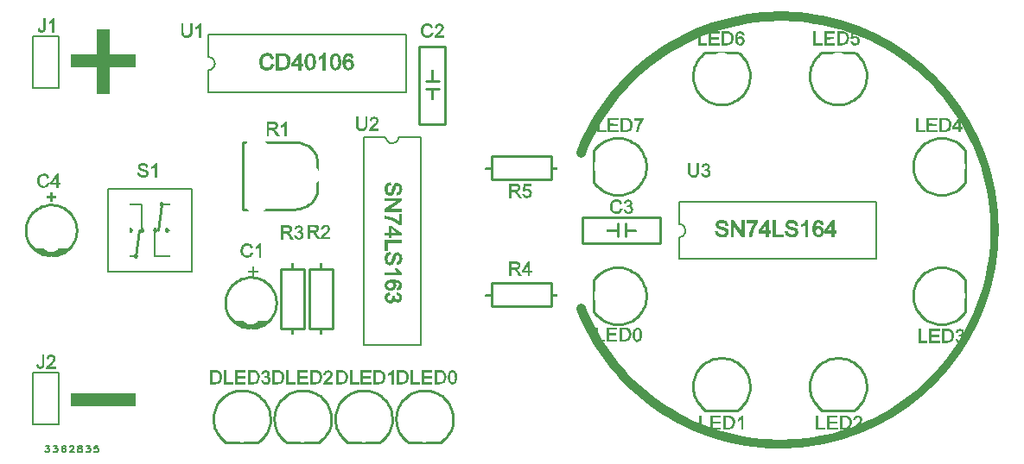
<source format=gto>
*
%FSLAX26Y26*%
%MOIN*%
%ADD10C,0.036000*%
%ADD11C,0.010000*%
%ADD12C,0.007870*%
%ADD13C,0.008000*%
%ADD14C,0.019680*%
%ADD15C,0.011810*%
%ADD16R,0.050000X0.050000*%
%ADD17C,0.005906*%
%IPPOS*%
%LNgto*%
%LPD*%
G75*
G36*
X62393Y378853D02*
X62427Y379854D01*
X70622Y380919D01*
X71107Y379921D01*
X71212Y377878D01*
X71477Y376213D01*
G03X72861Y372476I8413J991D01*
G03X82718Y371894I5259J5317D01*
G03X84241Y375113I-5128J4398D01*
G01X84330Y375402D01*
X84479Y376413D01*
X84675Y418093D01*
X94061D01*
Y379667D01*
X93971Y378983D01*
Y378168D01*
X93679Y376128D01*
G02X91205Y367917I-20640J1741D01*
G02X77015Y361652I-12407J8898D01*
G01X73777Y362094D01*
G02X66145Y366128I2106J13222D01*
G01X66081Y366350D01*
G02X62393Y378853I16921J11786D01*
G37*
G36*
X64879Y1091577D02*
G02X65975Y1098884I22747J323D01*
G02X72599Y1111476I25152J-5194D01*
G02X93778Y1118541I18836J-21188D01*
G01X94809Y1118356D01*
G02X104977Y1114620I-1212J-19004D01*
G01X105162Y1114551D01*
G02X113347Y1102329I-14904J-18833D01*
G01X113638Y1101313D01*
X112425Y1100815D01*
X104459Y1098898D01*
X104147Y1099986D01*
G03X99102Y1107805I-15439J-4425D01*
G03X89188Y1110156I-7528J-9663D01*
G03X78585Y1104801I1071J-15294D01*
G01X77457Y1102888D01*
X76972Y1101831D01*
G03X75225Y1096477I15237J-7936D01*
G03X74798Y1087071I21654J-5694D01*
G03X77535Y1076672I24717J946D01*
G01X79011Y1074518D01*
G03X80805Y1072993I6710J6076D01*
G03X91284Y1069646I8840J9601D01*
G01X92217Y1069711D01*
X93825Y1070012D01*
G03X104329Y1079894I-2404J13078D01*
G01X105278Y1083424D01*
X114331Y1081154D01*
Y1079962D01*
X113981Y1079000D01*
G02X105545Y1065821I-25730J7181D01*
G02X88601Y1061448I-14304J20413D01*
G02X66733Y1078826I644J23259D01*
G02X64879Y1091577I30700J10976D01*
G37*
G36*
X67190Y1678807D02*
G01X67220Y1679547D01*
X68187Y1679977D01*
X76034Y1680998D01*
X75927Y1679551D01*
G03X76699Y1674471I11533J-848D01*
G03X83286Y1670296I5869J1976D01*
G01X84807Y1670489D01*
G03X88861Y1674185I-332J4436D01*
G01X89025Y1674900D01*
X89038Y1675075D01*
X89132Y1675367D01*
X89285Y1676370D01*
X89485Y1718079D01*
X98871D01*
X98866Y1679635D01*
X98493Y1676164D01*
G02X96026Y1667959I-20781J1773D01*
G02X92783Y1664504I-7300J3604D01*
G02X83210Y1661661I-9878J15721D01*
G01X80808Y1661725D01*
X78483Y1662118D01*
G02X70920Y1666150I2760J14285D01*
G01X70912Y1666184D01*
X70852Y1666235D01*
X69461Y1668517D01*
X69085Y1669384D01*
G02X67190Y1678807I18413J8605D01*
G37*
G36*
X99776Y362515D02*
G01X100148Y365567D01*
G02X103125Y373166I14817J-1423D01*
G01X103201Y373514D01*
X103652Y373797D01*
X105413Y375993D01*
X110975Y381551D01*
X115499Y385320D01*
X115678Y385424D01*
X124702Y394085D01*
X126582Y396675D01*
G03X128218Y403904I-7575J5514D01*
G03X124891Y409053I-6583J-605D01*
G03X117949Y410442I-4862J-6256D01*
G01X116160Y410036D01*
X113938Y408965D01*
G03X110337Y401076I5751J-7391D01*
G01X110412Y399682D01*
X101205Y400710D01*
X101225Y402257D01*
X101521Y403817D01*
G02X114378Y417654I16148J-2113D01*
G02X133509Y412895I5565J-18466D01*
G02X137435Y401350I-13407J-10999D01*
G02X133831Y391547I-19138J1471D01*
G01X133550Y391079D01*
X133393Y390923D01*
X133174Y390615D01*
X124136Y381486D01*
X118556Y376843D01*
X118367Y376735D01*
X113072Y371794D01*
X112580Y371154D01*
X137631Y371095D01*
Y362515D01*
X99776D01*
G37*
G36*
X102419Y1023134D02*
Y1031520D01*
X117039Y1031582D01*
Y1046174D01*
X125501D01*
Y1031582D01*
X140121Y1031520D01*
Y1023134D01*
X125501Y1023072D01*
Y1008480D01*
X117039D01*
Y1023072D01*
X102419Y1023134D01*
G37*
G36*
X110749Y1697297D02*
Y1704253D01*
X111228Y1704744D01*
X111498Y1704928D01*
X112462Y1705374D01*
X117543Y1708510D01*
G03X126658Y1718327I-13596J21764D01*
G01X132811D01*
Y1662438D01*
X123889D01*
X123881Y1702775D01*
X123874Y1702769D01*
X117969Y1699003D01*
X112465Y1696433D01*
X111273Y1696140D01*
X110749Y1697297D01*
G37*
G36*
X116038Y1074824D02*
X116045Y1082472D01*
X116612Y1083279D01*
X139159D01*
Y1092941D01*
X148001D01*
Y1083269D01*
X155211Y1083207D01*
Y1074831D01*
X148001Y1074769D01*
Y1062100D01*
X139159D01*
Y1074762D01*
X116038Y1074824D01*
G37*
G36*
X116612Y1083279D02*
X140815Y1117741D01*
X148001D01*
Y1092941D01*
X139159D01*
Y1102604D01*
X125853Y1083279D01*
X116612D01*
G37*
G36*
X140159Y1093941D02*
X147001D01*
G02X147001Y1091941I0J-1000D01*
G01X140159D01*
G02X140159Y1093941I0J1000D01*
G37*
G36*
X117834Y1084279D02*
G01X124853D01*
G02X124853Y1082279I0J-1000D01*
G01X117834D01*
G02X117834Y1084279I0J1000D01*
G37*
G36*
X451610Y1121500D02*
G01X460475Y1122249D01*
X460661Y1121069D01*
Y1120860D01*
X460845Y1120049D01*
G03X465181Y1112568I10365J1010D01*
G03X484699Y1112615I9721J15662D01*
G03X487197Y1118955I-4122J5286D01*
G03X482762Y1123695I-6182J-1339D01*
G01X478528Y1125196D01*
X466477Y1128351D01*
G02X456593Y1134463I4032J17569D01*
G02X453972Y1144627I9311J7820D01*
G02X460234Y1155004I15502J-2277D01*
G01X463119Y1156583D01*
G02X487553Y1155056I10724J-24661D01*
G01X488418Y1154423D01*
G02X489316Y1153592I-837J-1806D01*
G02X494786Y1141631I-12507J-12952D01*
G01X494836Y1140724D01*
X493649Y1140338D01*
X486653Y1139769D01*
X485679Y1140314D01*
Y1140945D01*
X485599Y1141194D01*
G03X482299Y1147755I-10161J-1001D01*
G03X469557Y1149600I-8771J-15647D01*
G03X462794Y1142743I387J-7145D01*
G03X466833Y1138214I5405J755D01*
G01X473303Y1136179D01*
X474889Y1135856D01*
X475074Y1135776D01*
X485785Y1132744D01*
X485886Y1132661D01*
X486296Y1132521D01*
X487498Y1131940D01*
G02X493340Y1127530I-6266J-14375D01*
G02X496150Y1115670I-11929J-9089D01*
G02X493213Y1108917I-15309J2643D01*
G01X492568Y1107903D01*
X490456Y1105902D01*
X486464Y1103606D01*
X483090Y1102358D01*
X478968Y1101515D01*
X476006Y1101322D01*
G02X472422Y1101516I-968J15331D01*
G01X470240Y1101700D01*
G02X457780Y1106580I2716J25284D01*
G01X457227Y1107132D01*
X456947Y1107495D01*
G02X454695Y1110555I7853J8138D01*
G02X451630Y1120395I15320J10169D01*
G01X451610Y1121500D01*
G37*
G36*
X506299Y1135542D02*
Y1143737D01*
X506576Y1144238D01*
X506928Y1144557D01*
X507992Y1145037D01*
X513060Y1148166D01*
G03X522237Y1158049I-13650J21876D01*
G01X528371D01*
Y1102098D01*
X519439D01*
X519435Y1142460D01*
X519401Y1142430D01*
X517812Y1141404D01*
G02X507882Y1136101I-22411J30016D01*
G01X506299Y1135542D01*
G37*
G36*
X620849Y1664473D02*
Y1698080D01*
X630331D01*
X630337Y1664516D01*
X630966Y1657997D01*
X631099Y1657717D01*
G03X634378Y1652565I9673J2538D01*
G03X638869Y1650690I5708J7355D01*
G01X640408Y1650398D01*
X644199Y1650339D01*
X647395Y1650821D01*
G03X655285Y1659719I-1508J9284D01*
G01X655719Y1664267D01*
Y1698080D01*
X665215D01*
X664737Y1658090D01*
X664335Y1656430D01*
G02X650267Y1642391I-17592J3560D01*
G01X646098Y1641755D01*
X640233D01*
X638581Y1641956D01*
X633104Y1643045D01*
X631059Y1643894D01*
G02X623838Y1650609I5159J12785D01*
G02X621413Y1657514I18991J10550D01*
G01X620849Y1664473D01*
G37*
G36*
X677089Y1677386D02*
Y1683968D01*
X677287Y1684467D01*
X677650Y1684830D01*
X680565Y1686351D01*
G03X693037Y1698360I-14004J27025D01*
G01X699151D01*
Y1642470D01*
X690219D01*
X690214Y1682776D01*
G02X688968Y1681975I-5355J6956D01*
G01X684375Y1679035D01*
X677458Y1675811D01*
X677089Y1677386D01*
G37*
G36*
X733239Y302490D02*
Y311129D01*
X742631D01*
X752795Y311101D01*
X759142Y311497D01*
G03X763938Y313630I-3089J13403D01*
G03X768365Y319696I-9471J11561D01*
G01X768420Y319766D01*
X768550Y320224D01*
X768709Y320619D01*
X768773Y320931D01*
G03X770042Y330817I-37874J9886D01*
G01X779685D01*
X779721Y330375D01*
G02X773613Y310308I-33037J-908D01*
G01X773330Y309815D01*
X773132Y309594D01*
X772577Y309137D01*
G02X767618Y305596I-13389J13509D01*
G02X751539Y302456I-13590J26855D01*
G01X733239Y302490D01*
G37*
G36*
Y311129D02*
Y358079D01*
X755311Y358035D01*
G02X763015Y357262I988J-28964D01*
G02X769153Y354576I-2837J-14837D01*
G02X778403Y340904I-13806J-19306D01*
G01X779070Y338328D01*
X779685Y330817D01*
X770042D01*
G03X769995Y332738I-39143J0D01*
G01X769321Y338050D01*
X769320Y338130D01*
X768488Y340791D01*
X766866Y343952D01*
G03X763012Y347675I-9588J-6070D01*
G01X762648Y347783D01*
G03X753732Y349425I-7650J-16518D01*
G01X742631Y349415D01*
Y311129D01*
X733239D01*
G37*
G36*
X734239Y312129D02*
X741631D01*
G02X741631Y310129I0J-1000D01*
G01X734239D01*
G02X734239Y312129I0J1000D01*
G37*
G36*
X771042Y331817D02*
G01X778681D01*
G02X778681Y329817I0J-1000D01*
G01X771042D01*
G02X771042Y331817I0J1000D01*
G37*
G36*
X786709Y302456D02*
G01Y358128D01*
X796101D01*
Y311129D01*
X822461Y311067D01*
Y302456D01*
X786709D01*
G37*
G36*
X828419D02*
Y358128D01*
X869451D01*
Y349454D01*
X837911Y349392D01*
Y335576D01*
X867411Y335514D01*
Y326812D01*
X837911Y326750D01*
Y311130D01*
X870651Y311068D01*
Y302456D01*
X828419D01*
G37*
G36*
X851148Y829607D02*
G02X858009Y841878I24670J-5741D01*
G02X879961Y848323I17856J-20209D01*
G02X890018Y844586I-2031J-20860D01*
G01X890205Y844510D01*
G02X898326Y832302I-14828J-18669D01*
G01X898661Y831110D01*
X889785Y828987D01*
X889125Y829953D01*
X889116Y830082D01*
X889081Y830146D01*
G03X884025Y837855I-15614J-4729D01*
G03X880573Y839542I-5005J-5864D01*
G01X878033Y840207D01*
G03X863597Y834827I-2268J-15973D01*
G01X862482Y832936D01*
X860856Y829050D01*
X860173Y826308D01*
G03X859686Y818142I18731J-5216D01*
G03X861959Y807803I30343J1254D01*
G03X865800Y802990I9213J3411D01*
G03X870643Y800364I7819J8642D01*
G03X890017Y812122I4956J13674D01*
G01X890191Y813440D01*
X898525Y811361D01*
X899357Y810816D01*
X899307Y809909D01*
X898381Y807234D01*
G02X889342Y795003I-20871J5968D01*
G02X873733Y791421I-13279J22069D01*
G01X870007Y791991D01*
G02X853997Y803221I3448J21943D01*
G02X851148Y829607I29181J16497D01*
G37*
G36*
X878279Y302490D02*
G01Y311129D01*
X887671D01*
X897835Y311101D01*
X904182Y311497D01*
G03X908977Y313629I-3089J13405D01*
G03X913405Y319695I-9473J11564D01*
G01X913460Y319766D01*
X913590Y320225D01*
X913749Y320619D01*
X913820Y320958D01*
G03X915082Y330818I-37890J9860D01*
G01X924725D01*
X924761Y330375D01*
G02X918653Y310307I-33036J-908D01*
G01X918370Y309815D01*
X918172Y309594D01*
X917617Y309137D01*
G02X912654Y305594I-13394J13514D01*
G02X896579Y302456I-13587J26859D01*
G01X878279Y302490D01*
G37*
G36*
Y311129D02*
Y358079D01*
X900351Y358035D01*
G02X908059Y357262I988J-28965D01*
G02X914197Y354573I-2841J-14838D01*
G02X923443Y340904I-13810J-19303D01*
G01X924110Y338328D01*
X924725Y330818D01*
X915082D01*
G03X915035Y332738I-39152J0D01*
G01X914361Y338050D01*
X914360Y338130D01*
X913528Y340791D01*
X911906Y343952D01*
G03X908052Y347675I-9586J-6067D01*
G01X907688Y347783D01*
G03X898772Y349425I-7651J-16518D01*
G01X887671Y349415D01*
Y311129D01*
X878279D01*
G37*
G36*
X879279Y312129D02*
X886671D01*
G02X886671Y310129I0J-1000D01*
G01X879279D01*
G02X879279Y312129I0J1000D01*
G37*
G36*
X916082Y331818D02*
G01X923721D01*
G02X923721Y329818I0J-1000D01*
G01X916082D01*
G02X916082Y331818I0J1000D01*
G37*
G36*
X880419Y734691D02*
G01Y743077D01*
X895039Y743139D01*
Y757731D01*
X903501D01*
Y743139D01*
X918121Y743077D01*
Y734691D01*
X903501Y734629D01*
Y720037D01*
X895039D01*
Y734629D01*
X880419Y734691D01*
G37*
G36*
X908149Y833404D02*
Y833467D01*
X908211Y834042D01*
X908745Y834523D01*
X909901Y835066D01*
X914870Y838140D01*
G03X924070Y848021I-13504J21797D01*
G01X930221D01*
Y792132D01*
X921289D01*
X921282Y832457D01*
X915398Y828696D01*
X908150Y825318D01*
X908149Y833404D01*
G37*
G36*
X921345Y1551924D02*
X921906Y1557543D01*
X922481Y1559886D01*
G02X931767Y1576909I29794J-5209D01*
G02X957269Y1584205I20775J-24397D01*
G02X969721Y1579613I-2559J-26118D01*
G01X969988Y1579517D01*
X970660Y1578861D01*
G02X979876Y1563871I-19770J-22483D01*
G01X980187Y1562667D01*
X967829Y1560013D01*
G03X967298Y1562116I-3838J150D01*
G03X961251Y1570943I-17248J-5331D01*
G03X950806Y1573207I-8082J-12058D01*
G03X938717Y1566989I964J-16736D01*
G03X934248Y1548410I26819J-16279D01*
G01X934254Y1547306D01*
X935460Y1540314D01*
X936312Y1537338D01*
G03X940133Y1531387I12482J3813D01*
G03X954488Y1526857I11860J12576D01*
G03X963888Y1531356I-1251J14683D01*
G03X968699Y1541659I-18098J14725D01*
G01X968936Y1542888D01*
X981074Y1539908D01*
X981016Y1538643D01*
X979525Y1534336D01*
G02X970124Y1520660I-26325J8028D01*
G02X964293Y1517683I-14756J21706D01*
G02X951782Y1515421I-10476J22203D01*
G01X949847Y1515547D01*
X945503Y1516184D01*
G02X930197Y1523872I5684J30396D01*
G01X928558Y1525873D01*
X926238Y1529811D01*
X924854Y1533036D01*
G02X921345Y1551924I35212J16313D01*
G37*
G36*
X929366Y318488D02*
G01X930527Y318881D01*
X937479Y319853D01*
X937865Y319572D01*
G02X938493Y318240I-902J-1239D01*
G01X940119Y313539D01*
G03X947817Y309265I7240J3972D01*
G03X955525Y313511I-334J9726D01*
G03X957173Y320688I-6272J5219D01*
G03X947188Y328316I-8757J-1114D01*
G01X943748Y327743D01*
X942111D01*
X943264Y335716D01*
X948007Y335947D01*
X948150Y335970D01*
X948202Y335996D01*
X950051Y336558D01*
X951538Y337327D01*
G02X951853Y337595I910J-753D01*
G03X954108Y339841I-3170J5436D01*
G03X951141Y349740I-6179J3542D01*
G03X940196Y345973I-3795J-6755D01*
G01X939703Y344897D01*
X938900Y341519D01*
X938233Y340961D01*
X937633D01*
X931072Y342154D01*
X930035Y342587D01*
X930097Y343711D01*
X930218Y343969D01*
G02X936336Y354657I18644J-3577D01*
G02X948491Y358283I11772J-17278D01*
G02X959025Y354205I-427J-16748D01*
G01X959415Y354049D01*
X959618Y353634D01*
G02X963958Y341873I-10611J-10596D01*
G02X958434Y332819I-13505J2027D01*
G02X964028Y328121I-5546J-12283D01*
G02X966587Y317517I-10831J-8224D01*
G02X963577Y309463I-15232J1103D01*
G01X962981Y308534D01*
X960954Y306411D01*
X960728Y306273D01*
X960493Y306047D01*
X958904Y304952D01*
X955415Y303199D01*
G02X944982Y301820I-7795J18817D01*
G01X942722Y302329D01*
G02X929440Y317564I3667J16604D01*
G01X929366Y318488D01*
G37*
G36*
X950899Y1262026D02*
Y1294355D01*
X960291D01*
X979405Y1294588D01*
G03X986169Y1301873I-541J7285D01*
G01X995868D01*
G02X995799Y1300851I-14137J448D01*
G02X990798Y1290675I-13931J528D01*
G02X982851Y1286840I-12470J15691D01*
G01X984580Y1285665D01*
X989006Y1280953D01*
X1001328Y1262057D01*
X989534D01*
X979362Y1277918D01*
X979173Y1278150D01*
X979007Y1278492D01*
X977626Y1280404D01*
X975368Y1282843D01*
G03X970838Y1285262I-5790J-5392D01*
G01X960291Y1285484D01*
Y1262026D01*
X950899D01*
G37*
G36*
Y1294355D02*
Y1317652D01*
X981062Y1317417D01*
X984452Y1316958D01*
X986060Y1316441D01*
G02X990729Y1313746I-2305J-9384D01*
G01X991204Y1313360D01*
X991851Y1312628D01*
G02X994339Y1308919I-8523J-8405D01*
G01X994538Y1308599D01*
X994648Y1308085D01*
G02X995868Y1301873I-12916J-5764D01*
G01X986169D01*
G03X979947Y1309097I-7305J0D01*
G01X978088Y1309396D01*
X960291Y1309478D01*
Y1294355D01*
X950899D01*
G37*
G36*
X951899Y1295355D02*
X959291D01*
G02X959291Y1293355I0J-1000D01*
G01X951899D01*
G02X951899Y1295355I0J1000D01*
G37*
G36*
X987169Y1302873D02*
G01X994868D01*
G02X994868Y1300873I0J-1000D01*
G01X987169D01*
G02X987169Y1302873I0J1000D01*
G37*
G36*
X973559Y302054D02*
G01Y310707D01*
X982951D01*
X996718Y310821D01*
G03X1009101Y320550I71J12654D01*
G03X1010385Y330375I-36946J9825D01*
G01X1020100D01*
G02X1019886Y327396I-27665J489D01*
G02X1013558Y309284I-32658J1248D01*
G01X1012225Y308071D01*
G02X991469Y302021I-18365J24375D01*
G01X973559Y302054D01*
G37*
G36*
Y310707D02*
Y357643D01*
X1000083Y357410D01*
G02X1014834Y348870I-1027J-18784D01*
G02X1018558Y341143I-21279J-15015D01*
G01X1018751Y340876D01*
Y340394D01*
X1019385Y337918D01*
X1019667Y335761D01*
G02X1020104Y330864I-27233J-4897D01*
G02X1020100Y330375I-27670J0D01*
G01X1010385D01*
G03X1010348Y332058I-38230J0D01*
G01X1009660Y337493D01*
G03X1007236Y343471I-18859J-4164D01*
G03X1002909Y347386I-8712J-5280D01*
G03X998573Y348789I-5267J-8879D01*
G01X998451Y348833D01*
X982951Y349043D01*
Y310707D01*
X973559D01*
G37*
G36*
X974559Y311707D02*
X981951D01*
G02X981951Y309707I0J-1000D01*
G01X974559D01*
G02X974559Y311707I0J1000D01*
G37*
G36*
X1011385Y331375D02*
G01X1019100D01*
G02X1019100Y329375I0J-1000D01*
G01X1011385D01*
G02X1011385Y331375I0J1000D01*
G37*
G36*
X987329Y1516539D02*
G01Y1528110D01*
X999911D01*
X1013382Y1528168D01*
G03X1028645Y1537646I1700J14289D01*
G03X1030767Y1550208I-36114J12562D01*
G01X1043626D01*
G02X1043317Y1546280I-35409J811D01*
G02X1036313Y1526027I-39498J2322D01*
G02X1030181Y1521097I-16336J14038D01*
G02X1009907Y1516506I-18275J33643D01*
G01X987329Y1516539D01*
G37*
G36*
Y1528110D02*
Y1583453D01*
X1017800Y1583280D01*
X1023939Y1582251D01*
X1025190Y1581790D01*
G02X1037646Y1572136I-6305J-20998D01*
G01X1041163Y1565205D01*
X1041802Y1563334D01*
X1041845Y1563267D01*
X1042018Y1562901D01*
X1042023Y1562477D01*
X1042781Y1559558D01*
X1043079Y1557276D01*
G02X1043626Y1550208I-34862J-6257D01*
G01X1030767D01*
G03X1029769Y1558888I-38236J0D01*
G01Y1559039D01*
X1028333Y1563252D01*
X1026971Y1565543D01*
X1026835Y1565700D01*
X1026623Y1566123D01*
X1025662Y1567179D01*
G03X1022319Y1569961I-9503J-8020D01*
G01X1022298Y1569982D01*
X1022043Y1570082D01*
X1021507Y1570382D01*
X1020994Y1570564D01*
G03X1012285Y1571934I-7171J-17208D01*
G01X999911Y1571923D01*
Y1528110D01*
X987329D01*
G37*
G36*
X988329Y1529110D02*
X998911D01*
G02X998911Y1527110I0J-1000D01*
G01X988329D01*
G02X988329Y1529110I0J1000D01*
G37*
G36*
X1031767Y1551208D02*
G01X1042626D01*
G02X1042626Y1549208I0J-1000D01*
G01X1031767D01*
G02X1031767Y1551208I0J1000D01*
G37*
G36*
X1005759Y862485D02*
G01Y894751D01*
X1015151D01*
X1034183Y894985D01*
G03X1039674Y897924I-567J7659D01*
G03X1041005Y902178I-6136J4254D01*
G01X1050731D01*
G02X1050672Y901316I-14144J546D01*
G02X1045642Y891074I-13845J444D01*
G02X1037779Y887289I-12404J15709D01*
G01X1038579Y886665D01*
G02X1045793Y878613I-14279J-20049D01*
G01X1056147Y862517D01*
X1044294D01*
X1043932Y863235D01*
X1034230Y878340D01*
X1034072Y878514D01*
X1033878Y878905D01*
X1033456Y879403D01*
X1032494Y880812D01*
X1030024Y883471D01*
X1029538Y883846D01*
G03X1026985Y885368I-5227J-5866D01*
G03X1015151Y885932I-10337J-92532D01*
G01Y862485D01*
X1005759D01*
G37*
G36*
Y894751D02*
Y918049D01*
X1036208Y917814D01*
X1039150Y917417D01*
X1040958Y916840D01*
G02X1045546Y914208I-2180J-9116D01*
G01X1046033Y913817D01*
X1046665Y913085D01*
G02X1049208Y909330I-8452J-8462D01*
G01X1049305Y909204D01*
X1049432Y908897D01*
X1049519Y908479D01*
G02X1050731Y902178I-12932J-5755D01*
G01X1041005D01*
G03X1034678Y909556I-7466J0D01*
G01X1033116Y909793D01*
X1015151Y909874D01*
Y894751D01*
X1005759D01*
G37*
G36*
X1006759Y895751D02*
X1014151D01*
G02X1014151Y893751I0J-1000D01*
G01X1006759D01*
G02X1006759Y895751I0J1000D01*
G37*
G36*
X1042005Y903178D02*
G01X1049731D01*
G02X1049731Y901178I0J-1000D01*
G01X1042005D01*
G02X1042005Y903178I0J1000D01*
G37*
G36*
X1007039Y1296890D02*
G01Y1303794D01*
X1007470Y1304302D01*
X1007774Y1304516D01*
X1008775Y1304966D01*
X1013732Y1308031D01*
G03X1022957Y1317916I-13998J22313D01*
G01X1029111D01*
Y1262026D01*
X1020179D01*
X1020171Y1302355D01*
X1014256Y1298591D01*
X1008755Y1296022D01*
X1007557Y1295722D01*
X1007039Y1296890D01*
G37*
G36*
X1027029Y302021D02*
Y357692D01*
X1036421D01*
Y310694D01*
X1062781Y310632D01*
Y302021D01*
X1027029D01*
G37*
G36*
X1045209Y1531531D02*
Y1541054D01*
X1045348Y1541461D01*
X1046275Y1542786D01*
X1072429D01*
Y1552722D01*
X1084351D01*
Y1542777D01*
X1092791Y1542715D01*
Y1531537D01*
X1084351Y1531475D01*
Y1516506D01*
X1072429D01*
Y1531469D01*
X1045209Y1531531D01*
G37*
G36*
X1046275Y1542786D02*
X1074745Y1583468D01*
X1084351D01*
Y1552722D01*
X1072429D01*
Y1562659D01*
X1058072Y1542786D01*
X1046275D01*
G37*
G36*
X1073429Y1553722D02*
X1083351D01*
G02X1083351Y1551722I0J-1000D01*
G01X1073429D01*
G02X1073429Y1553722I0J1000D01*
G37*
G36*
X1047496Y1543786D02*
G01X1057072D01*
G02X1057072Y1541786I0J-1000D01*
G01X1047496D01*
G02X1047496Y1543786I0J1000D01*
G37*
G36*
X1056692Y878690D02*
G01X1064441Y879777D01*
X1064925D01*
X1065470Y879459D01*
X1065931Y878822D01*
X1065931Y878337D01*
X1066937Y875138D01*
G03X1078936Y870163I8182J2778D01*
G03X1082927Y873412I-2564J7226D01*
G03X1084642Y880746I-6222J5322D01*
G03X1073219Y888121I-9086J-1538D01*
G01X1071418Y887772D01*
X1069595D01*
X1070774Y895925D01*
X1071920Y895786D01*
G03X1078823Y897233I1324J10868D01*
G01X1078979Y897295D01*
X1079154Y897477D01*
G03X1081597Y899862I-3175J5696D01*
G03X1082153Y905631I-6385J3526D01*
G03X1071098Y909775I-7180J-2337D01*
G03X1068624Y907691I2686J-5700D01*
G01X1067164Y904839D01*
X1066194Y900759D01*
X1057284Y902388D01*
X1057893Y904784D01*
G02X1063818Y914678I18635J-4438D01*
G02X1075820Y918312I11539J-16470D01*
G02X1086557Y914153I-155J-16337D01*
G01X1086913Y913996D01*
X1087077Y913667D01*
G02X1091450Y901971I-10652J-10648D01*
G02X1085968Y892738I-12408J1124D01*
G02X1091566Y888023I-5600J-12331D01*
G02X1094052Y877417I-10779J-8121D01*
G02X1091076Y869492I-14886J1070D01*
G01X1090485Y868565D01*
X1088458Y866429D01*
X1088227Y866297D01*
X1088014Y866084D01*
X1086328Y864919D01*
X1085573Y864538D01*
G02X1072296Y861852I-10037J15452D01*
G01X1069843Y862419D01*
G02X1057407Y875043I3162J15552D01*
G01X1056692Y878690D01*
G37*
G36*
X1068749Y302021D02*
Y357692D01*
X1109771D01*
Y349081D01*
X1078231Y349019D01*
Y335141D01*
X1107741Y335078D01*
Y326376D01*
X1078231Y326314D01*
Y310694D01*
X1110971Y310632D01*
Y302021D01*
X1068749D01*
G37*
G36*
X1096526Y1548197D02*
G02X1096678Y1552018I48194J0D01*
G01X1108801D01*
X1109109Y1542078D01*
X1110081Y1535130D01*
X1110179Y1534998D01*
G03X1114030Y1527688I12866J2108D01*
G03X1116884Y1526155I5528J6869D01*
G01X1119269Y1525856D01*
X1120929Y1526156D01*
G03X1124038Y1527742I-1158J6112D01*
G03X1126759Y1530923I-3561J5801D01*
G01X1127478Y1532477D01*
X1129099Y1539243D01*
X1129748Y1546856D01*
X1141805D01*
G02X1141791Y1546711I-46531J4339D01*
G01Y1545256D01*
X1141563Y1543615D01*
G02X1135915Y1523779I-43996J1805D01*
G01X1135021Y1522637D01*
X1133618Y1521347D01*
G02X1116929Y1515623I-14074J13842D01*
G01X1115319Y1516027D01*
X1111881Y1517268D01*
X1107831Y1519691D01*
X1104657Y1522620D01*
G02X1099302Y1532078I21332J18323D01*
G02X1096526Y1548197I45419J16119D01*
G37*
G36*
X1096678Y1552018D02*
G02X1096945Y1554536I48042J-3821D01*
G01X1097117Y1557100D01*
G02X1102415Y1574999I40518J-2259D01*
G02X1119578Y1583712I16689J-11612D01*
G02X1126554Y1581793I-1426J-18820D01*
G02X1137674Y1570732I-10141J-21316D01*
G01X1138486Y1568989D01*
G02X1141805Y1546856I-43212J-17795D01*
G01X1129748D01*
X1129217Y1559381D01*
X1128385Y1563671D01*
X1128312Y1563733D01*
G03X1123770Y1571736I-13915J-2606D01*
G03X1113370Y1570649I-4635J-5949D01*
G01X1112041Y1568995D01*
X1111655Y1568308D01*
X1111634Y1568062D01*
X1111458Y1567855D01*
X1111380Y1567557D01*
X1111141Y1567089D01*
X1110431Y1564937D01*
X1109671Y1561272D01*
X1108801Y1552018D01*
X1096678D01*
G37*
G36*
X1097681Y1553018D02*
X1107801D01*
G02X1107801Y1551018I0J-1000D01*
G01X1097681D01*
G02X1097681Y1553018I0J1000D01*
G37*
G36*
X1130748Y1547856D02*
G01X1140800D01*
G02X1140800Y1545856I0J-1000D01*
G01X1130748D01*
G02X1130748Y1547856I0J1000D01*
G37*
G36*
X1108729Y864663D02*
G01Y896929D01*
X1118121D01*
X1136871Y897161D01*
X1139188Y897609D01*
X1139487Y897756D01*
G03X1143072Y900864I-2054J5991D01*
G03X1144164Y904195I-4532J3331D01*
G01X1153725D01*
X1153738Y904001D01*
X1153636Y903439D01*
G02X1148569Y893232I-14157J667D01*
G02X1140630Y889499I-13045J17436D01*
G01X1142391Y888300D01*
X1146861Y883526D01*
X1159148Y864694D01*
X1147273D01*
X1146913Y865414D01*
X1137233Y880488D01*
X1137057Y880707D01*
X1136841Y881105D01*
X1135437Y883038D01*
X1132996Y885661D01*
X1132150Y886346D01*
G03X1129165Y887785I-4913J-6377D01*
G01X1125031Y888176D01*
X1118121Y888149D01*
Y864663D01*
X1108729D01*
G37*
G36*
Y896929D02*
Y920227D01*
X1139334Y919991D01*
X1142217Y919594D01*
X1144014Y919014D01*
G02X1148537Y916386I-2338J-9228D01*
G01X1149022Y915994D01*
X1149658Y915262D01*
G02X1152154Y911561I-8369J-8334D01*
G01X1152355Y911345D01*
X1152482Y910697D01*
X1153024Y909407D01*
X1153533Y907162D01*
X1153725Y904195D01*
X1144164D01*
G03X1143851Y906046I-5624J0D01*
G03X1134305Y912094I-8234J-2440D01*
G01X1118121Y912115D01*
Y896929D01*
X1108729D01*
G37*
G36*
X1109729Y897929D02*
X1117121D01*
G02X1117121Y895929I0J-1000D01*
G01X1109729D01*
G02X1109729Y897929I0J1000D01*
G37*
G36*
X1145164Y905195D02*
G01X1152723D01*
G02X1152723Y903195I0J-1000D01*
G01X1145164D01*
G02X1145164Y905195I0J1000D01*
G37*
G36*
X1118599Y302054D02*
G01Y310702D01*
X1127991D01*
X1140254Y310759D01*
G03X1154062Y320160I1200J13078D01*
G03X1155427Y330385I-37603J10224D01*
G01X1165144D01*
G02X1164802Y325924I-31354J158D01*
G02X1158600Y309286I-32879J2781D01*
G01X1157265Y308071D01*
G02X1136509Y302021I-18364J24375D01*
G01X1118599Y302054D01*
G37*
G36*
Y310702D02*
Y357643D01*
X1145134Y357412D01*
X1147223Y357144D01*
X1147965Y356944D01*
G02X1156966Y352204I-3990J-18491D01*
G01X1157783Y351530D01*
X1159752Y349087D01*
G02X1163599Y341142I-21184J-15162D01*
G01X1163791Y340876D01*
Y340394D01*
X1164425Y337919D01*
X1164708Y335754D01*
G02X1165144Y330543I-30918J-5212D01*
G02X1165144Y330385I-31354J0D01*
G01X1155427D01*
G03X1155394Y331996I-38968J0D01*
G01X1154694Y337537D01*
G03X1143602Y348831I-13238J-1908D01*
G01X1127991Y349043D01*
Y310702D01*
X1118599D01*
G37*
G36*
X1119599Y311702D02*
X1126991D01*
G02X1126991Y309702I0J-1000D01*
G01X1119599D01*
G02X1119599Y311702I0J1000D01*
G37*
G36*
X1156427Y331385D02*
G01X1164144D01*
G02X1164144Y329385I0J-1000D01*
G01X1156427D01*
G02X1156427Y331385I0J1000D01*
G37*
G36*
X1151429Y1557397D02*
G01Y1566587D01*
X1151677Y1567067D01*
X1151971Y1567362D01*
X1159266Y1571752D01*
X1162379Y1574202D01*
G03X1170007Y1583105I-17585J22786D01*
G01X1170344Y1583716D01*
X1178781D01*
Y1516506D01*
X1166869D01*
X1166861Y1564103D01*
X1166093Y1563386D01*
X1161755Y1560416D01*
X1153145Y1556489D01*
X1151877Y1556075D01*
X1151429Y1557397D01*
G37*
G36*
X1158859Y864663D02*
Y865957D01*
X1158967Y866731D01*
G02X1162830Y876348I15847J-781D01*
G01X1166613Y880645D01*
X1174403Y887495D01*
X1174601Y887607D01*
X1183676Y896325D01*
X1185549Y898914D01*
G03X1187166Y906001I-7735J5492D01*
G03X1183702Y911333I-6907J-696D01*
G03X1177011Y912665I-4756J-6421D01*
G03X1169217Y903285I1233J-8952D01*
G01X1169282Y901907D01*
X1160806Y902819D01*
X1160157Y903568D01*
X1160160Y904446D01*
X1160349Y905318D01*
G02X1166166Y916527I17723J-2084D01*
G02X1179925Y920489I12232J-16604D01*
G02X1192115Y915351I-113J-17297D01*
G02X1196373Y903597I-12993J-11356D01*
G02X1192713Y893692I-19300J1502D01*
G01X1192677Y893498D01*
X1192334Y893130D01*
X1192156Y892866D01*
X1183079Y883694D01*
X1177473Y879030D01*
X1177295Y878923D01*
X1172039Y874035D01*
X1171501Y873333D01*
X1196561Y873273D01*
Y864663D01*
X1158859D01*
G37*
G36*
X1168587Y302052D02*
X1168840Y304141D01*
G02X1172578Y313577I15758J-783D01*
G01X1176462Y318003D01*
X1184349Y324935D01*
X1184488Y325004D01*
X1193525Y333678D01*
X1194693Y335331D01*
G03X1197027Y343501I-6670J6324D01*
G03X1193751Y348594I-6639J-670D01*
G03X1180425Y345916I-5330J-7976D01*
G03X1179131Y340633I9137J-5037D01*
G01X1179164Y339274D01*
X1171267Y340137D01*
X1170039Y340438D01*
Y341781D01*
X1170323Y343362D01*
G02X1176365Y354145I17388J-2659D01*
G01X1179234Y355871D01*
X1181360Y356651D01*
G02X1202382Y352428I7245J-18367D01*
G02X1206249Y340968I-13335J-10882D01*
G02X1201975Y330188I-19244J1391D01*
G01X1192957Y321085D01*
X1187569Y316615D01*
X1187456Y316495D01*
X1187228Y316352D01*
X1186929Y316070D01*
X1186588Y315821D01*
X1181899Y311395D01*
X1181356Y310691D01*
X1206441Y310632D01*
Y302052D01*
X1168587D01*
G37*
G36*
X1194294Y1548346D02*
G02X1194432Y1552018I49033J0D01*
G01X1206571D01*
X1206879Y1542078D01*
X1207855Y1535104D01*
X1207968Y1534864D01*
G03X1211786Y1527698I11785J1679D01*
G03X1214654Y1526155I5541J6858D01*
G01X1217038Y1525856D01*
X1218693Y1526157D01*
G03X1221802Y1527736I-1137J6088D01*
G03X1224532Y1530929I-3839J6046D01*
G01X1225256Y1532497D01*
X1226318Y1536304D01*
X1227405Y1544719D01*
X1239419D01*
G02X1239325Y1543641I-59083J4625D01*
G02X1233684Y1523777I-43022J1485D01*
G01X1232791Y1522637D01*
X1231388Y1521347D01*
G02X1214766Y1515613I-14075J13841D01*
G02X1202381Y1522674I4837J22875D01*
G02X1197073Y1532076I21466J18319D01*
G02X1194294Y1548346I46255J16270D01*
G37*
G36*
X1194432Y1552018D02*
G02X1194750Y1555015I48896J-3672D01*
G01X1195786Y1563033D01*
X1196863Y1567458D01*
G02X1200199Y1575019I22451J-5389D01*
G02X1213067Y1583381I17139J-12291D01*
G02X1224347Y1581782I3423J-16431D01*
G01X1226269Y1580807D01*
G02X1236296Y1568856I-12728J-20861D01*
G02X1239419Y1544719I-55960J-19511D01*
G01X1227405D01*
X1227210Y1556806D01*
X1226148Y1563652D01*
X1226072Y1563712D01*
G03X1221544Y1571733I-13457J-2308D01*
G03X1211140Y1570649I-4640J-5937D01*
G01X1209803Y1568997D01*
X1209425Y1568312D01*
X1209403Y1568062D01*
X1209228Y1567856D01*
X1209150Y1567557D01*
X1208911Y1567088D01*
X1208175Y1564875D01*
X1207442Y1561274D01*
X1206571Y1552018D01*
X1194432D01*
G37*
G36*
X1195435Y1553018D02*
X1205571D01*
G02X1205571Y1551018I0J-1000D01*
G01X1195435D01*
G02X1195435Y1553018I0J1000D01*
G37*
G36*
X1228405Y1545719D02*
G01X1238416D01*
G02X1238416Y1543719I0J-1000D01*
G01X1228405D01*
G02X1228405Y1545719I0J1000D01*
G37*
G36*
X1218379Y302054D02*
G01Y310707D01*
X1227771D01*
X1241532Y310821D01*
G03X1253909Y320542I67J12654D01*
G03X1255238Y330156I-34095J9614D01*
G01X1264905D01*
G02X1264696Y327396I-27661J708D01*
G02X1258368Y309284I-32657J1248D01*
G01X1257078Y308102D01*
G02X1236301Y302021I-18795J25679D01*
G01X1218379Y302054D01*
G37*
G36*
Y310707D02*
Y357643D01*
X1244870Y357411D01*
G02X1259649Y348864I-756J-18358D01*
G02X1263368Y341143I-21280J-15008D01*
G01X1263561Y340876D01*
Y340394D01*
X1264195Y337919D01*
X1264478Y335759D01*
G02X1264905Y330156I-27234J-4895D01*
G01X1255238D01*
G03X1254479Y337451I-35424J0D01*
G03X1252077Y343421I-18874J-4126D01*
G01X1250359Y345570D01*
X1248937Y346743D01*
X1248166Y347207D01*
X1247703Y347390D01*
G03X1243383Y348789I-5261J-8881D01*
G01X1243261Y348833D01*
X1227771Y349043D01*
Y310707D01*
X1218379D01*
G37*
G36*
X1219379Y311707D02*
X1226771D01*
G02X1226771Y309707I0J-1000D01*
G01X1219379D01*
G02X1219379Y311707I0J1000D01*
G37*
G36*
X1256238Y331156D02*
G01X1263905D01*
G02X1263905Y329156I0J-1000D01*
G01X1256238D01*
G02X1256238Y331156I0J1000D01*
G37*
G36*
X1243077Y1549586D02*
G01X1243339Y1552615D01*
G02X1249502Y1574647I45905J-963D01*
G01X1250308Y1575807D01*
G02X1258652Y1581848I18300J-16494D01*
G02X1268694Y1583651I7525J-13046D01*
G02X1280560Y1579417I-704J-20718D01*
G01X1281006Y1579258D01*
X1281203Y1578865D01*
X1281750Y1578404D01*
G02X1287645Y1565404I-18338J-16153D01*
G01X1287806Y1564168D01*
X1276902Y1563263D01*
X1275891Y1563718D01*
X1275865Y1564329D01*
X1274838Y1567204D01*
X1274007Y1568865D01*
G03X1263097Y1572093I-7059J-3809D01*
G03X1258958Y1568360I5431J-10182D01*
G01X1258897Y1567933D01*
X1258577Y1567745D01*
X1258551Y1567668D01*
X1258217Y1567231D01*
X1258022Y1566654D01*
X1257253Y1565116D01*
X1255867Y1560516D01*
X1255366Y1556621D01*
X1256782Y1557725D01*
G02X1269832Y1561127I10636J-14063D01*
G02X1283749Y1553729I-2248J-21016D01*
G02X1288715Y1538083I-17667J-14217D01*
G01X1276676D01*
G03X1276555Y1539960I-14584J0D01*
G03X1265314Y1550256I-10527J-209D01*
G03X1258548Y1546032I829J-8859D01*
G03X1256400Y1538799I11101J-7233D01*
G01X1243669D01*
G02X1243647Y1538972I35787J4563D01*
G01X1243077Y1549586D01*
G37*
G36*
X1243669Y1538799D02*
X1256400D01*
G03X1256431Y1537880I13250J0D01*
G03X1259450Y1529343I16920J1180D01*
G03X1260364Y1528527I1499J761D01*
G03X1265349Y1526042I6354J6502D01*
G01X1267002Y1525842D01*
G03X1273872Y1529485I-289J8846D01*
G03X1276676Y1538083I-11781J8598D01*
G01X1288715D01*
G02X1288514Y1536182I-22632J1429D01*
G02X1282814Y1522345I-24507J2003D01*
G01X1282711Y1522144D01*
X1282448Y1521851D01*
X1282131Y1521645D01*
X1281170Y1520690D01*
G02X1265589Y1515422I-15104J18998D01*
G02X1249277Y1523561I1978J24382D01*
G02X1246387Y1528941I12068J9948D01*
G02X1243669Y1538799I33069J14421D01*
G37*
G36*
X1277676Y1539083D02*
G01X1287713D01*
G02X1287713Y1537083I0J-1000D01*
G01X1277676D01*
G02X1277676Y1539083I0J1000D01*
G37*
G36*
X1244677Y1539799D02*
G01X1255400D01*
G02X1255400Y1537799I0J-1000D01*
G01X1244677D01*
G02X1244677Y1539799I0J1000D01*
G37*
G36*
X1271839Y302021D02*
G01Y357692D01*
X1281231D01*
Y310694D01*
X1307591Y310632D01*
Y302021D01*
X1271839D01*
G37*
G36*
X1296039Y1304495D02*
Y1338101D01*
X1305521D01*
X1305525Y1304536D01*
X1306145Y1298024D01*
X1306283Y1297740D01*
G03X1309502Y1292617I9522J2411D01*
G03X1317342Y1290297I7823J12026D01*
G01X1321078Y1290538D01*
X1322667Y1290841D01*
G03X1330281Y1298660I-1599J9174D01*
G01X1330909Y1304236D01*
Y1338070D01*
X1340405D01*
X1339929Y1298111D01*
X1339572Y1296645D01*
G02X1329897Y1283913I-17360J3148D01*
G02X1316471Y1281719I-11713J29504D01*
G01X1313647Y1281974D01*
X1308231Y1283066D01*
X1306066Y1283943D01*
X1305965Y1284045D01*
X1305442Y1284319D01*
G02X1299112Y1290458I10596J17258D01*
G01X1298152Y1292258D01*
X1296902Y1296027D01*
X1296598Y1297535D01*
X1296039Y1304495D01*
G37*
G36*
X1313559Y302021D02*
Y357692D01*
X1354581D01*
Y349081D01*
X1323041Y349019D01*
Y335141D01*
X1352551Y335078D01*
Y326376D01*
X1323041Y326314D01*
Y310694D01*
X1355781Y310632D01*
Y302021D01*
X1313559D01*
G37*
G36*
X1346121Y1282461D02*
X1346375Y1284609D01*
G02X1349789Y1293680I15709J-734D01*
G01X1350021Y1293822D01*
X1354038Y1298469D01*
X1367876Y1310742D01*
X1371033Y1314070D01*
X1372933Y1316688D01*
G03X1374559Y1323854I-7569J5485D01*
G03X1371290Y1329007I-6611J-580D01*
G03X1357973Y1326390I-5365J-7893D01*
G03X1356663Y1321034I9559J-5174D01*
G01X1356686Y1319687D01*
X1347559Y1320718D01*
Y1322145D01*
X1347579Y1322339D01*
X1347766Y1323159D01*
G02X1353593Y1334353I17950J-2230D01*
G02X1367174Y1338318I12133J-16318D01*
G02X1379431Y1333249I-288J-18052D01*
G01X1379824Y1332956D01*
G02X1383777Y1321373I-13593J-11105D01*
G02X1379497Y1310597I-19411J1472D01*
G01X1370474Y1301494D01*
X1364895Y1296846D01*
X1364700Y1296738D01*
X1359417Y1291801D01*
X1358922Y1291162D01*
X1383961Y1291102D01*
Y1282461D01*
X1346121D01*
G37*
G36*
X1363419Y302054D02*
Y310693D01*
X1372801D01*
X1382838Y310666D01*
X1389249Y311062D01*
G03X1398871Y320159I-2964J12773D01*
G03X1400234Y330374I-37604J10215D01*
G01X1409870D01*
X1409900Y330016D01*
G02X1403407Y309283I-33213J-981D01*
G01X1402075Y308071D01*
G02X1381320Y302021I-18364J24375D01*
G01X1363419Y302054D01*
G37*
G36*
Y310693D02*
Y357643D01*
X1389934Y357410D01*
G02X1404683Y348871I-1026J-18781D01*
G02X1408408Y341143I-21278J-15016D01*
G01X1408601Y340876D01*
Y340394D01*
X1409242Y337892D01*
X1409870Y330374D01*
X1400234D01*
G03X1400198Y332058I-38967J0D01*
G01X1399510Y337489D01*
G03X1397115Y343424I-19665J-4486D01*
G01X1395399Y345570D01*
X1393977Y346743D01*
X1393206Y347207D01*
X1392744Y347390D01*
G03X1388423Y348789I-5275J-8920D01*
G01X1388301Y348833D01*
X1372801Y349043D01*
Y310693D01*
X1363419D01*
G37*
G36*
X1364419Y311693D02*
X1371801D01*
G02X1371801Y309693I0J-1000D01*
G01X1364419D01*
G02X1364419Y311693I0J1000D01*
G37*
G36*
X1401234Y331374D02*
G01X1408867D01*
G02X1408867Y329374I0J-1000D01*
G01X1401234D01*
G02X1401234Y331374I0J1000D01*
G37*
G36*
X1405616Y791219D02*
G02X1409065Y804716I34960J-1743D01*
G02X1414602Y811288I13360J-5639D01*
G02X1429580Y816421I14643J-18307D01*
G01X1430655Y816406D01*
X1431589Y804686D01*
X1427705Y803994D01*
G03X1419978Y799292I1693J-11483D01*
G03X1419631Y777487I19081J-11209D01*
G03X1424206Y774452I6267J4483D01*
G03X1431667Y778692I1602J5866D01*
G01X1432761Y781206D01*
X1432977Y782187D01*
X1433435Y783320D01*
X1435709Y792556D01*
X1435743Y792804D01*
X1438923Y802380D01*
G02X1457153Y813800I16117J-5466D01*
G02X1471473Y803657I-1907J-17872D01*
G02X1474511Y788088I-21613J-12298D01*
G02X1468908Y771302I-30027J694D01*
G01X1468469Y770869D01*
X1468041Y770537D01*
G02X1463680Y767229I-9042J7394D01*
G02X1452753Y764171I-10540J16610D01*
G01X1451672Y764192D01*
X1450861Y776019D01*
X1455377Y776883D01*
X1456838Y777404D01*
G03X1460476Y779982I-3723J9107D01*
G03X1462212Y795894I-16811J9885D01*
G01X1461682Y797478D01*
X1460976Y798800D01*
G03X1451000Y799494I-5227J-3097D01*
G01X1448208Y791343D01*
X1447621Y788709D01*
X1447610Y788458D01*
X1447437Y788083D01*
X1443957Y775766D01*
X1443919Y775397D01*
X1443726Y775157D01*
X1443510Y774561D01*
G02X1437468Y766065I-25350J11631D01*
G02X1425247Y762127I-10945J13035D01*
G02X1410577Y770074I2557J22236D01*
G01X1409285Y772198D01*
X1408667Y773537D01*
G02X1405616Y791219I25669J13533D01*
G37*
G36*
X1405615Y1060065D02*
G02X1408974Y1073394I34664J-1649D01*
G02X1414167Y1079839I11153J-3672D01*
G02X1429559Y1085270I15490J-19376D01*
G01X1430654Y1085274D01*
X1431589Y1073552D01*
X1429195Y1073086D01*
G03X1419905Y1068076I583J-12201D01*
G01X1417914Y1063457D01*
X1417059Y1059193D01*
G03X1419465Y1046641I19345J-2798D01*
G03X1426265Y1043218I6412J4271D01*
G03X1431664Y1047540I-289J5894D01*
G01X1432757Y1050057D01*
X1432975Y1051036D01*
X1433431Y1052168D01*
X1435715Y1061430D01*
X1435721Y1061597D01*
X1438912Y1071208D01*
G02X1457290Y1082647I16029J-5270D01*
G02X1471444Y1072569I-2136J-17978D01*
G02X1474511Y1056951I-21897J-12409D01*
G02X1469109Y1040509I-28163J144D01*
G02X1467997Y1039345I-3359J2095D01*
G01X1467585Y1038843D01*
X1466039Y1037533D01*
X1463731Y1036123D01*
G02X1452758Y1033020I-10663J16756D01*
G01X1451673Y1033037D01*
X1450859Y1044916D01*
X1453228Y1045260D01*
G03X1458313Y1047024I-1974J13912D01*
G03X1461158Y1049998I-2599J5333D01*
G03X1460874Y1067780I-18626J8596D01*
G03X1451056Y1068459I-5151J-3149D01*
G01X1448205Y1060191D01*
X1447620Y1057560D01*
X1447614Y1057297D01*
X1447453Y1056974D01*
X1443958Y1044630D01*
X1443929Y1044228D01*
X1443706Y1043977D01*
X1443499Y1043408D01*
G02X1437482Y1034963I-24925J11393D01*
G01X1435880Y1033718D01*
G02X1422807Y1031370I-9675J16302D01*
G01X1420876Y1031949D01*
G02X1410573Y1038940I5537J19247D01*
G01X1409290Y1041047D01*
X1408672Y1042387D01*
G02X1405615Y1060065I25912J13584D01*
G37*
G36*
X1405366Y684795D02*
G02X1405389Y685764I20356J0D01*
G01X1415890D01*
G03X1415944Y684814I8348J0D01*
G02X1415950Y684756I-1173J-141D01*
G03X1421602Y677131I8813J626D01*
G01X1424697Y675981D01*
G03X1431301Y675875I3542J14917D01*
G03X1440260Y686232I-1507J10357D01*
G01X1451179D01*
G02X1451151Y682557I-18887J-1691D01*
G02X1443782Y668516I-21138J2139D01*
G02X1426065Y663721I-14108J16999D01*
G01X1424308Y663916D01*
G02X1412360Y669399I4601J25784D01*
G01X1412175Y669513D01*
X1411891Y669728D01*
X1411642Y670094D01*
G02X1405366Y684795I14081J14700D01*
G37*
G36*
X1405389Y685764D02*
G02X1405619Y687991I20333J-969D01*
G02X1413507Y702902I21827J-2005D01*
G02X1419338Y706006I11847J-15227D01*
G02X1443789Y708804I18199J-50788D01*
G02X1464626Y702736I-1692J-44623D01*
G01X1465831Y701896D01*
G02X1471855Y693548I-15850J-17785D01*
G02X1473621Y683442I-18630J-8462D01*
G01X1473617Y682767D01*
G02X1469439Y671694I-21729J1872D01*
G01X1469349Y671391D01*
X1468887Y671051D01*
X1468384Y670458D01*
G02X1455389Y664594I-16733J19749D01*
G01X1454145Y664412D01*
X1453190Y675966D01*
X1457159Y677365D01*
X1458834Y678197D01*
G03X1462093Y689133I-3663J7045D01*
G03X1457748Y693614I-10778J-6103D01*
G01X1457719Y693670D01*
X1457640Y693698D01*
X1457232Y694005D01*
X1456613Y694218D01*
X1455138Y694956D01*
X1450670Y696328D01*
X1446721Y696844D01*
G02X1451179Y686232I-14429J-12304D01*
G01X1440260D01*
G03X1440232Y686997I-10466J0D01*
G03X1436044Y693674I-8786J-859D01*
G03X1428305Y695874I-7447J-11483D01*
G01X1428120Y695828D01*
X1427537Y695747D01*
G03X1419336Y692758I232J-13378D01*
G01X1419155Y692664D01*
X1418919Y692429D01*
X1418473Y691802D01*
G03X1415890Y685764I5765J-6038D01*
G01X1405389D01*
G37*
G36*
X1441260Y687231D02*
X1450175D01*
G02X1450175Y685231I0J-1000D01*
G01X1441260D01*
G02X1441260Y687231I0J1000D01*
G37*
G36*
X1406391Y686764D02*
G01X1414890D01*
G02X1414890Y684764I0J-1000D01*
G01X1406391D01*
G02X1406391Y686764I0J1000D01*
G37*
G36*
X1405490Y639588D02*
G02X1411808Y654214I22886J-1209D01*
G02X1425819Y659974I15593J-18010D01*
G01X1426925Y660047D01*
X1428411Y648677D01*
X1422114Y646837D01*
G03X1416001Y636934I2417J-8330D01*
G03X1430514Y627862I10704J979D01*
G03X1436783Y639211I-3618J9405D01*
G01X1435979Y644860D01*
X1437973D01*
X1445929Y644033D01*
X1447051Y643684D01*
X1447181Y638055D01*
X1447257Y637530D01*
X1447401Y637228D01*
Y636909D01*
X1447527Y636657D01*
X1447881Y635516D01*
X1448574Y633989D01*
X1448586Y633895D01*
G03X1459311Y631048I6683J3551D01*
G03X1460856Y644328I-4886J7299D01*
G03X1454729Y647175I-7768J-8700D01*
G01X1452656Y647605D01*
X1451713Y648200D01*
X1453428Y658524D01*
X1453976Y659261D01*
X1454774D01*
X1455633Y659021D01*
G02X1469170Y651903I-3154J-22432D01*
G01X1469299Y651831D01*
X1469981Y650667D01*
G02X1473618Y636987I-16466J-11701D01*
G02X1468594Y624175I-22963J1615D01*
G01X1468556Y623776D01*
X1467914Y623435D01*
G02X1457887Y618125I-13927J14178D01*
G02X1442941Y623899I-2335J16187D01*
G02X1437726Y618031I-14254J7415D01*
G01X1437097Y617534D01*
X1435796Y616936D01*
G02X1425918Y614698I-8724J15589D01*
G01X1423747Y615018D01*
G02X1408845Y625314I2991J20261D01*
G01X1408317Y626482D01*
G02X1405490Y639588I20818J11350D01*
G37*
G36*
X1406489Y724578D02*
G01Y736424D01*
X1454097Y736485D01*
X1453390Y737241D01*
X1450390Y741630D01*
X1445738Y751853D01*
X1456907D01*
X1457396Y751320D01*
X1461760Y744065D01*
X1464161Y741005D01*
G03X1473244Y733256I22945J17699D01*
G01X1473731Y732707D01*
Y724578D01*
X1406489D01*
G37*
G36*
Y819129D02*
Y862670D01*
X1473511D01*
Y850139D01*
X1418071Y850077D01*
Y819129D01*
X1406489D01*
G37*
G36*
Y877699D02*
Y889507D01*
X1421489Y889569D01*
Y903959D01*
X1432741D01*
Y889574D01*
X1470155D01*
X1473047Y887549D01*
X1473511Y887058D01*
Y877696D01*
X1432741Y877634D01*
Y869204D01*
X1421489D01*
Y877637D01*
X1406489Y877699D01*
G37*
G36*
X1421489Y903959D02*
Y916757D01*
X1431310D01*
X1470155Y889574D01*
X1452642D01*
X1432741Y903959D01*
X1421489D01*
G37*
G36*
X1453642Y890574D02*
X1468411D01*
G02X1468411Y888574I0J-1000D01*
G01X1453642D01*
G02X1453642Y890574I0J1000D01*
G37*
G36*
X1422489Y904959D02*
G01X1431741D01*
G02X1431741Y902959I0J-1000D01*
G01X1422489D01*
G02X1422489Y904959I0J1000D01*
G37*
G36*
X1406489Y942274D02*
G01Y953628D01*
X1407575Y953987D01*
X1408400D01*
X1418912Y952758D01*
X1431639Y949742D01*
X1437400Y947711D01*
X1444764Y944267D01*
G02X1461039Y933682I-28399J-61467D01*
G01Y962758D01*
X1472621D01*
Y917879D01*
X1463722D01*
X1460513Y920631D01*
G03X1438468Y934213I-65767J-82066D01*
G01X1438352Y934301D01*
X1424379Y939068D01*
X1413404Y941343D01*
X1407708Y941968D01*
X1406489Y942274D01*
G37*
G36*
Y969851D02*
Y981474D01*
X1406952Y981981D01*
X1451038Y1011378D01*
X1406489Y1011436D01*
Y1023532D01*
X1473511D01*
Y1011858D01*
X1428643Y982005D01*
X1473511Y981946D01*
Y969851D01*
X1406489D01*
G37*
G36*
X1419559Y335506D02*
Y343787D01*
X1419986Y344293D01*
X1420263Y344490D01*
X1422989Y345905D01*
G03X1435486Y357910I-13441J26499D01*
G01X1441621D01*
Y302021D01*
X1432699D01*
X1432697Y342369D01*
X1432679Y342353D01*
X1431013Y341272D01*
G02X1421113Y336014I-20078J25855D01*
G01X1419559Y335506D01*
G37*
G36*
X1453289Y302490D02*
Y311129D01*
X1462681D01*
X1472835Y311101D01*
X1479192Y311497D01*
G03X1483981Y313632I-3083J13354D01*
G03X1488268Y319278I-9244J11470D01*
G01X1488280Y319383D01*
X1488582Y320163D01*
G03X1490114Y330630I-34985J10467D01*
G01X1499865D01*
G02X1493240Y309654I-37440J291D01*
G02X1471596Y302456I-19490J22466D01*
G01X1453289Y302490D01*
G37*
G36*
Y311129D02*
Y358079D01*
X1475346Y358035D01*
G02X1483652Y357124I1172J-27659D01*
G01X1485304Y356546D01*
G02X1489405Y354439I-3707J-12263D01*
G02X1498292Y341541I-14006J-19160D01*
G01X1498362Y341434D01*
X1498481Y341043D01*
Y340819D01*
X1498820Y339709D01*
G02X1499865Y330630I-36395J-8789D01*
G01X1490114D01*
G03X1489386Y337886I-36517J0D01*
G03X1486706Y344190I-17854J-3867D01*
G03X1483056Y347674I-9063J-5843D01*
G01X1482687Y347784D01*
G03X1473767Y349424I-7588J-16191D01*
G01X1462681Y349415D01*
Y311129D01*
X1453289D01*
G37*
G36*
X1454289Y312129D02*
X1461681D01*
G02X1461681Y310129I0J-1000D01*
G01X1454289D01*
G02X1454289Y312129I0J1000D01*
G37*
G36*
X1491114Y331630D02*
G01X1498865D01*
G02X1498865Y329630I0J-1000D01*
G01X1491114D01*
G02X1491114Y331630I0J1000D01*
G37*
G36*
X1506749Y302456D02*
G01Y358128D01*
X1516141D01*
Y311129D01*
X1542501Y311067D01*
Y302456D01*
X1506749D01*
G37*
G36*
X1545075Y1671668D02*
X1545544Y1676353D01*
X1546319Y1679536D01*
G02X1552747Y1691437I24743J-5677D01*
G02X1575007Y1698352I18037J-18774D01*
G02X1585164Y1694619I-1607J-20058D01*
G01X1585353Y1694547D01*
G02X1593530Y1682319I-14601J-18612D01*
G01X1593822Y1681277D01*
X1592576Y1680808D01*
X1584652Y1678899D01*
X1584338Y1679981D01*
G03X1579285Y1687804I-15617J-4544D01*
G03X1569351Y1690153I-7513J-9596D01*
G03X1558773Y1684798I1101J-15301D01*
G01X1557662Y1682913D01*
X1555703Y1677929D01*
X1555360Y1676291D01*
G03X1554963Y1667246I20881J-5447D01*
G03X1559361Y1654351I22609J513D01*
G03X1578686Y1651654I11496J11787D01*
G01X1580034Y1652607D01*
G03X1585154Y1662246I-14532J13899D01*
G01X1585413Y1663438D01*
X1594511Y1661150D01*
Y1659970D01*
X1593560Y1657199D01*
G02X1584784Y1645170I-20845J5992D01*
G02X1568737Y1641450I-13395J21311D01*
G01X1565358Y1641956D01*
G02X1546954Y1658737I3268J22067D01*
G02X1545075Y1671668I29816J10934D01*
G37*
G36*
X1548469Y302456D02*
G01Y358128D01*
X1589501D01*
Y349454D01*
X1557951Y349392D01*
Y335576D01*
X1587461Y335514D01*
Y326812D01*
X1557951Y326750D01*
Y311130D01*
X1590701Y311068D01*
Y302456D01*
X1548469D01*
G37*
G36*
X1597329Y1642159D02*
Y1643447D01*
X1597437Y1644289D01*
G02X1600538Y1652842I15965J-951D01*
G01X1600620Y1653187D01*
X1601030Y1653452D01*
X1602808Y1655669D01*
X1608383Y1661227D01*
X1612895Y1664988D01*
X1613065Y1665091D01*
X1622096Y1673756D01*
X1623231Y1675353D01*
G03X1625621Y1683520I-6476J6328D01*
G03X1622316Y1688714I-6578J-537D01*
G03X1615245Y1690102I-4935J-6435D01*
G03X1607734Y1680746I1456J-8862D01*
G01X1607811Y1679351D01*
X1598619Y1680385D01*
Y1681861D01*
X1598925Y1683505D01*
G02X1605026Y1694289I17236J-2633D01*
G01X1607925Y1696010D01*
X1609880Y1696728D01*
G02X1630969Y1692531I7261J-18601D01*
G01X1632590Y1690083D01*
G02X1634835Y1681035I-13125J-8061D01*
G02X1631231Y1671206I-19141J1443D01*
G01X1630945Y1670758D01*
X1630808Y1670613D01*
X1630581Y1670291D01*
X1621531Y1661161D01*
X1615960Y1656526D01*
X1615782Y1656419D01*
X1610469Y1651470D01*
X1609979Y1650830D01*
X1635021Y1650770D01*
Y1642159D01*
X1597329D01*
G37*
G36*
X1598329Y302490D02*
Y311129D01*
X1607721D01*
X1617876Y311101D01*
X1624231Y311497D01*
G03X1629029Y313631I-3126J13490D01*
G03X1633445Y319697I-9317J11421D01*
G01X1633515Y319786D01*
G03X1635168Y330597I-34532J10811D01*
G01X1644917D01*
G02X1638277Y309652I-36943J186D01*
G02X1616636Y302456I-19494J22490D01*
G01X1598329Y302490D01*
G37*
G36*
Y311129D02*
Y358079D01*
X1620388Y358035D01*
G02X1627814Y357327I1099J-27781D01*
G02X1634244Y354575I-2647J-15074D01*
G02X1643331Y341541I-13833J-19329D01*
G01X1643402Y341434D01*
X1643521Y341043D01*
Y340845D01*
G02X1644917Y330597I-35547J-10062D01*
G01X1635168D01*
G03X1634425Y337892I-36185J0D01*
G03X1631758Y344173I-16280J-3205D01*
G03X1628094Y347674I-9070J-5824D01*
G01X1627726Y347784D01*
G03X1618816Y349424I-7583J-16171D01*
G01X1607721Y349415D01*
Y311129D01*
X1598329D01*
G37*
G36*
X1599329Y312129D02*
X1606721D01*
G02X1606721Y310129I0J-1000D01*
G01X1599329D01*
G02X1599329Y312129I0J1000D01*
G37*
G36*
X1636168Y331597D02*
G01X1643917D01*
G02X1643917Y329597I0J-1000D01*
G01X1636168D01*
G02X1636168Y331597I0J1000D01*
G37*
G36*
X1649520Y328747D02*
G02X1649567Y330691I40256J0D01*
G01X1658563D01*
G03X1658682Y327264I49275J0D01*
G01X1658865Y323504D01*
X1659736Y317688D01*
X1659813Y317610D01*
X1659949Y316807D01*
X1661096Y313978D01*
G03X1668363Y309235I6907J2644D01*
G03X1675293Y314184I-777J8414D01*
G03X1677591Y327550I-37707J13366D01*
G01X1686655D01*
G02X1686437Y325065I-47584J2922D01*
G02X1681468Y308077I-31116J-118D01*
G01X1679212Y305913D01*
G02X1666307Y301823I-10666J11252D01*
G01X1662182Y303078D01*
G02X1652767Y312908I10547J19526D01*
G02X1649520Y328747I37009J15840D01*
G37*
G36*
X1649567Y330691D02*
G02X1649670Y332217I40209J-1944D01*
G01X1649670Y333419D01*
X1649857Y334810D01*
G02X1652341Y347289I40404J-1557D01*
G01X1652613Y348113D01*
X1654237Y351157D01*
X1654320Y351240D01*
X1654357Y351315D01*
X1654738Y351830D01*
X1656894Y354087D01*
G02X1677634Y354645I10664J-10677D01*
G02X1685114Y342834I-13453J-16795D01*
G02X1686655Y327550I-46043J-12362D01*
G01X1677591D01*
G03X1677591Y327592I-40006J0D01*
G01X1677144Y338554D01*
X1676455Y342176D01*
X1676350Y342303D01*
G03X1669017Y350577I-9339J-890D01*
G03X1661033Y345702I-317J-8456D01*
G01X1660927Y345538D01*
X1660839Y345141D01*
X1660550Y344545D01*
G03X1658563Y330691I47288J-13854D01*
G01X1649567D01*
G37*
G36*
X1678591Y328550D02*
X1685653D01*
G02X1685653Y326550I0J-1000D01*
G01X1678591D01*
G02X1678591Y328550I0J1000D01*
G37*
G36*
X1650568Y331691D02*
G01X1657563D01*
G02X1657563Y329691I0J-1000D01*
G01X1650568D01*
G02X1650568Y331691I0J1000D01*
G37*
G36*
X1885669Y1022600D02*
G01Y1054867D01*
X1895061D01*
X1913782Y1055099D01*
X1916124Y1055547D01*
X1916421Y1055694D01*
G03X1920013Y1058805I-2041J5986D01*
G03X1921095Y1062155I-4646J3350D01*
G01X1930633D01*
G02X1930579Y1061432I-14540J724D01*
G02X1925502Y1051167I-13766J420D01*
G02X1917565Y1047447I-13164J17758D01*
G01X1919344Y1046239D01*
X1923766Y1041527D01*
X1936089Y1022631D01*
X1924303D01*
X1912358Y1040998D01*
X1909951Y1043584D01*
X1909545Y1043896D01*
G03X1907252Y1045366I-5673J-6326D01*
G03X1902051Y1046114I-4084J-9953D01*
G01X1895061Y1046087D01*
Y1022600D01*
X1885669D01*
G37*
G36*
Y1054867D02*
Y1078226D01*
X1915594Y1077991D01*
X1919161Y1077533D01*
X1920963Y1076952D01*
G02X1925479Y1074323I-2344J-9223D01*
G01X1925964Y1073932D01*
X1926601Y1073199D01*
G02X1929095Y1069497I-8382J-8339D01*
G01X1929296Y1069281D01*
X1929415Y1068669D01*
X1929661Y1068157D01*
G02X1930633Y1062155I-13567J-5278D01*
G01X1921095D01*
G03X1920739Y1064142I-5728J0D01*
G03X1917785Y1068455I-6488J-1276D01*
G03X1912647Y1069969I-5902J-10553D01*
G01X1895061Y1070052D01*
Y1054867D01*
X1885669D01*
G37*
G36*
X1886669Y1055867D02*
X1894061D01*
G02X1894061Y1053867I0J-1000D01*
G01X1886669D01*
G02X1886669Y1055867I0J1000D01*
G37*
G36*
X1922095Y1063155D02*
G01X1929632D01*
G02X1929632Y1061155I0J-1000D01*
G01X1922095D01*
G02X1922095Y1063155I0J1000D01*
G37*
G36*
X1885899Y722152D02*
G01Y754480D01*
X1895291D01*
X1914318Y754713D01*
G03X1919903Y757759I-564J7679D01*
G03X1920136Y758091I-283J446D01*
G01X1920179Y758276D01*
G03X1921141Y761225I-5142J3308D01*
G03X1921250Y762186I-4174J960D01*
G01X1930864D01*
X1930908Y761480D01*
X1930811Y760986D01*
G02X1925784Y750796I-13992J568D01*
G02X1917836Y746993I-12757J16454D01*
G01X1919606Y745789D01*
X1924017Y741077D01*
X1936338Y722183D01*
X1924441D01*
X1924065Y722975D01*
X1914362Y738072D01*
X1914216Y738234D01*
X1913991Y738661D01*
X1912643Y740511D01*
X1911907Y741253D01*
G03X1907533Y744924I-9651J-7059D01*
G01X1907018Y745124D01*
X1905880Y745388D01*
X1895291Y745609D01*
Y722152D01*
X1885899D01*
G37*
G36*
Y754480D02*
Y777778D01*
X1916273Y777542D01*
X1919250Y777146D01*
X1921103Y776567D01*
G02X1925752Y773867I-2304J-9319D01*
G01X1926225Y773477D01*
X1926795Y772815D01*
G02X1929324Y769087I-8214J-8291D01*
G01X1929417Y768977D01*
X1929570Y768639D01*
X1929647Y768252D01*
G02X1930425Y765757I-6042J-3253D01*
G01X1930705Y764738D01*
X1930864Y762186D01*
X1921250D01*
G03X1921012Y763593I-4283J0D01*
G03X1912241Y769588I-8054J-2369D01*
G01X1895291Y769603D01*
Y754480D01*
X1885899D01*
G37*
G36*
X1886899Y755480D02*
X1894291D01*
G02X1894291Y753480I0J-1000D01*
G01X1886899D01*
G02X1886899Y755480I0J1000D01*
G37*
G36*
X1922250Y763186D02*
G01X1929862D01*
G02X1929862Y761186I0J-1000D01*
G01X1922250D01*
G02X1922250Y763186I0J1000D01*
G37*
G36*
X1934929Y734876D02*
G01Y742151D01*
X1934975Y742579D01*
X1935503Y743331D01*
X1958049D01*
Y752992D01*
X1966891D01*
Y743320D01*
X1974101Y743258D01*
Y734883D01*
X1966891Y734820D01*
Y722152D01*
X1958049D01*
Y734813D01*
X1934929Y734876D01*
G37*
G36*
X1935503Y743331D02*
X1959706Y777792D01*
X1966891D01*
Y752992D01*
X1958049D01*
Y762654D01*
X1944744Y743331D01*
X1935503D01*
G37*
G36*
X1959049Y753992D02*
X1965891D01*
G02X1965891Y751992I0J-1000D01*
G01X1959049D01*
G02X1959049Y753992I0J1000D01*
G37*
G36*
X1936725Y744331D02*
G01X1943744D01*
G02X1943744Y742331I0J-1000D01*
G01X1936725D01*
G02X1936725Y744331I0J1000D01*
G37*
G36*
X1936609Y1038183D02*
G01X1937412Y1038893D01*
X1944803Y1039476D01*
X1945841Y1039004D01*
Y1038291D01*
X1945993Y1037776D01*
G03X1950540Y1030605I8832J573D01*
G03X1962214Y1032803I4596J7694D01*
G03X1964943Y1042152I-10757J8212D01*
G03X1960885Y1050176I-10139J-90D01*
G03X1945725Y1047047I-6202J-8237D01*
G01X1944872D01*
X1937626Y1047922D01*
X1943214Y1077556D01*
X1971831D01*
Y1068853D01*
X1950335Y1068790D01*
X1948170Y1058041D01*
G02X1958208Y1060133I8160J-14023D01*
G02X1969843Y1054276I-1617J-17695D01*
G02X1972100Y1032367I-15965J-12715D01*
G01X1970819Y1029891D01*
X1969064Y1027637D01*
X1968991Y1027563D01*
X1968777Y1027209D01*
X1968284Y1026953D01*
X1967559Y1026230D01*
G02X1953018Y1021892I-12522J15435D01*
G02X1944819Y1024414I2448J22548D01*
G02X1936650Y1037602I8426J14344D01*
G01X1936609Y1038183D01*
G37*
G36*
X2220019Y467485D02*
Y523095D01*
X2229411D01*
Y476158D01*
X2255771Y476096D01*
Y467485D01*
X2220019D01*
G37*
G36*
X2225019Y1277204D02*
Y1332814D01*
X2234411D01*
Y1285877D01*
X2260771Y1285815D01*
Y1277204D01*
X2225019D01*
G37*
G36*
X2261739Y467485D02*
Y523095D01*
X2302761D01*
Y514483D01*
X2271221Y514421D01*
Y500543D01*
X2300731Y500481D01*
Y491841D01*
X2271221Y491779D01*
Y476159D01*
X2303961Y476097D01*
Y467485D01*
X2261739D01*
G37*
G36*
X2266739Y1277204D02*
Y1332814D01*
X2307761D01*
Y1324202D01*
X2276221Y1324140D01*
Y1310262D01*
X2305731Y1310200D01*
Y1301560D01*
X2276221Y1301498D01*
Y1285878D01*
X2308971Y1285816D01*
Y1277204D01*
X2266739D01*
G37*
G36*
X2274739Y991570D02*
X2274739Y992538D01*
X2275238Y996410D01*
X2276011Y999577D01*
G02X2282399Y1011427I24755J-5696D01*
G02X2304794Y1018330I18321J-19659D01*
G02X2314872Y1014592I-1626J-19840D01*
G01X2315056Y1014520D01*
G02X2323211Y1002300I-14782J-18696D01*
G01X2323545Y1001115D01*
X2314707Y999007D01*
X2314002Y999895D01*
X2313971Y1000188D01*
G03X2308891Y1007857I-15423J-4699D01*
G03X2305558Y1009506I-5114J-6143D01*
G03X2288251Y1004500I-5046J-14976D01*
G01X2286525Y1001197D01*
G03X2285063Y996395I19980J-8704D01*
G03X2284660Y987046I21651J-5617D01*
G03X2287437Y976605I24443J912D01*
G03X2290657Y973001I7898J3814D01*
G03X2295483Y970372I7833J8635D01*
G03X2314869Y982142I4899J13782D01*
G01X2315050Y983444D01*
X2323320Y981380D01*
X2324213Y980904D01*
X2324183Y979912D01*
X2323851Y979033D01*
G02X2315293Y965689I-25742J7093D01*
G01X2313237Y964413D01*
X2309285Y962739D01*
G02X2298485Y961436I-8075J21517D01*
G01X2295207Y961932D01*
G02X2277769Y975753I2971J21660D01*
G01X2277138Y977034D01*
X2276588Y978842D01*
G02X2274739Y991570I31025J11004D01*
G37*
G36*
X2311589Y467519D02*
G01Y476166D01*
X2320981D01*
X2334579Y476223D01*
G03X2347060Y485604I231J12687D01*
G03X2348342Y495705I-39161J10100D01*
G01X2358099D01*
G02X2351598Y474701I-37833J201D01*
G01X2350333Y473555D01*
G02X2330922Y467486I-17571J22121D01*
G01X2311589Y467519D01*
G37*
G36*
Y476166D02*
Y523046D01*
X2338349Y522814D01*
X2340525Y522481D01*
X2341277Y522282D01*
G02X2349889Y517670I-4212J-18212D01*
G01X2350793Y516934D01*
X2352798Y514437D01*
X2352908Y514215D01*
G02X2356588Y506545I-21583J-15072D01*
G01X2356781Y506278D01*
Y505806D01*
G02X2358099Y495906I-36515J-9900D01*
G02X2358099Y495705I-37833J0D01*
G01X2348342D01*
G03X2347693Y502922I-40443J0D01*
G03X2344990Y509227I-18857J-4353D01*
G03X2341297Y512703I-8179J-4990D01*
G01X2340894Y512832D01*
G03X2336667Y514191I-5300J-9233D01*
G01X2336530Y514235D01*
X2320981Y514445D01*
Y476166D01*
X2311589D01*
G37*
G36*
X2312589Y477166D02*
X2319981D01*
G02X2319981Y475166I0J-1000D01*
G01X2312589D01*
G02X2312589Y477166I0J1000D01*
G37*
G36*
X2349342Y496704D02*
G01X2357099D01*
G02X2357099Y494704I0J-1000D01*
G01X2349342D01*
G02X2349342Y496704I0J1000D01*
G37*
G36*
X2316599Y1277238D02*
G01Y1285885D01*
X2325991D01*
X2339591Y1285942D01*
G03X2352064Y1295337I145J12785D01*
G03X2353413Y1305546I-37958J10209D01*
G01X2363129D01*
G02X2362892Y1302261I-28470J406D01*
G02X2356563Y1284398I-32620J1504D01*
G02X2335879Y1277204I-18920J21067D01*
G01X2316599Y1277238D01*
G37*
G36*
Y1285885D02*
Y1332765D01*
X2343344Y1332533D01*
X2344973Y1332329D01*
X2346261Y1332007D01*
G02X2352452Y1329331I-3317J-16176D01*
G02X2361662Y1316141I-13682J-19364D01*
G01X2361781Y1315940D01*
Y1315515D01*
X2362417Y1313040D01*
X2362691Y1310943D01*
G02X2363132Y1305952I-28032J-4991D01*
G02X2363129Y1305546I-28473J0D01*
G01X2353413D01*
G03X2353379Y1307181I-39306J0D01*
G01X2352670Y1312792D01*
X2352669Y1312874D01*
X2351841Y1315539D01*
X2350272Y1318581D01*
X2350010Y1318915D01*
G03X2346296Y1322423I-8467J-5243D01*
G01X2345892Y1322552D01*
G03X2341656Y1323910I-5153J-8786D01*
G01X2341533Y1323954D01*
X2325991Y1324164D01*
Y1285885D01*
X2316599D01*
G37*
G36*
X2317599Y1286885D02*
X2324991D01*
G02X2324991Y1284885I0J-1000D01*
G01X2317599D01*
G02X2317599Y1286885I0J1000D01*
G37*
G36*
X2354413Y1306546D02*
G01X2362129D01*
G02X2362129Y1304546I0J-1000D01*
G01X2354413D01*
G02X2354413Y1306546I0J1000D01*
G37*
G36*
X2327950Y978357D02*
G01X2336449Y979591D01*
X2336892Y978670D01*
X2337041Y978437D01*
Y978000D01*
X2337421Y976595D01*
G03X2347737Y969125I8798J1292D01*
G03X2354073Y973131I-1146J8827D01*
G03X2355746Y980454I-6358J5306D01*
G03X2350614Y987226I-9112J-1574D01*
G03X2342478Y987424I-4291J-9091D01*
G01X2340701D01*
X2341856Y995398D01*
X2346621Y995628D01*
X2348648Y996230D01*
X2349746Y996779D01*
X2350401Y997221D01*
G03X2352702Y999528I-3006J5299D01*
G03X2350515Y1009020I-6193J3571D01*
G03X2337957Y1003265I-4486J-6789D01*
G01X2337490Y1001159D01*
X2336772Y1000642D01*
X2336169D01*
X2329643Y1001837D01*
X2328617Y1002288D01*
X2328691Y1003405D01*
X2328813Y1003659D01*
G02X2334902Y1014321I18926J-3738D01*
G02X2347074Y1017964I11289J-15561D01*
G02X2358664Y1012854I-109J-15944D01*
G02X2362549Y1001550I-11036J-10113D01*
G02X2356970Y992456I-13469J2005D01*
G02X2362616Y987804I-5398J-12304D01*
G02X2365177Y977196I-10887J-8241D01*
G02X2362091Y969018I-15669J1241D01*
G01X2361571Y968214D01*
X2359549Y966084D01*
X2359321Y965951D01*
X2359104Y965734D01*
X2357494Y964632D01*
X2354003Y962878D01*
G02X2344134Y961425I-7821J18879D01*
G02X2328027Y977263I900J17025D01*
G01X2327950Y978357D01*
G37*
G36*
X2362928Y498385D02*
X2363121Y499719D01*
G02X2365658Y512425I40404J-1461D01*
G02X2378038Y523048I16038J-6165D01*
G02X2389073Y520875I2652J-15632D01*
G01X2390843Y519695D01*
G02X2398380Y507849I-13342J-16809D01*
G01X2399792Y499785D01*
X2399877Y492477D01*
X2390863D01*
G03X2390862Y492620I-39360J0D01*
G01X2390410Y503583D01*
X2389769Y506947D01*
X2389677Y506995D01*
X2389514Y508008D01*
X2388354Y510955D01*
G03X2375435Y512637I-6918J-2680D01*
G01X2374395Y510983D01*
X2374214Y510609D01*
X2374117Y510167D01*
G03X2373255Y507484I7366J-3849D01*
G03X2371821Y495700I47718J-11783D01*
G01X2362958D01*
X2362928Y498385D01*
G37*
G36*
X2362958Y495700D02*
X2371821D01*
G03X2371938Y492318I49151J0D01*
G01X2373025Y482577D01*
X2373102Y482472D01*
G03X2373801Y480329I5112J482D01*
G03X2376639Y475824I11538J4122D01*
G03X2379278Y474576I5017J7193D01*
G03X2388547Y479177I1582J8449D01*
G03X2390863Y492477I-37045J13300D01*
G01X2399877D01*
X2399890Y491386D01*
X2399698Y490068D01*
G02X2395138Y473668I-33120J376D01*
G01X2393263Y471505D01*
X2392402Y470841D01*
G02X2380564Y466710I-10729J11721D01*
G01X2379406Y466855D01*
X2375345Y468116D01*
X2371986Y470296D01*
X2370242Y471756D01*
G02X2364441Y482058I17663J16732D01*
G01X2363021Y489985D01*
X2362958Y495700D01*
G37*
G36*
X2391863Y493477D02*
X2398877D01*
G02X2398877Y491477I0J-1000D01*
G01X2391863D01*
G02X2391863Y493477I0J1000D01*
G37*
G36*
X2363958Y496700D02*
G01X2370821D01*
G02X2370821Y494700I0J-1000D01*
G01X2363958D01*
G02X2363958Y496700I0J1000D01*
G37*
G36*
X2368019Y1323456D02*
G01Y1332192D01*
X2404981D01*
Y1325744D01*
X2404806Y1325235D01*
X2404270Y1324702D01*
G03X2384434Y1277235I64775J-54948D01*
G01X2375507D01*
X2375524Y1278938D01*
X2375615Y1279601D01*
G02X2384699Y1310609I79663J-6502D01*
G02X2392723Y1323397I56838J-26751D01*
G01X2368019Y1323456D01*
G37*
G36*
X2575709Y1124473D02*
Y1158081D01*
X2585201D01*
X2585207Y1124517D01*
X2585836Y1117999D01*
X2585968Y1117721D01*
G03X2590129Y1111985I9566J2562D01*
G03X2600985Y1110582I7383J14435D01*
G03X2609957Y1118635I-271J9325D01*
G01X2610589Y1124277D01*
Y1158081D01*
X2620085D01*
X2619610Y1118340D01*
G02X2608909Y1103579I-18939J2471D01*
G02X2596303Y1101696I-10341J26105D01*
G01X2593456Y1101953D01*
X2588012Y1103035D01*
G02X2577336Y1113711I4856J15532D01*
G01X2576586Y1116010D01*
X2576283Y1117513D01*
X2575709Y1124473D01*
G37*
G36*
X2614929Y1612488D02*
Y1668097D01*
X2624321D01*
Y1621161D01*
X2650681Y1621099D01*
Y1612488D01*
X2614929D01*
G37*
G36*
X2620109Y127039D02*
Y182710D01*
X2629501D01*
Y135712D01*
X2655861Y135650D01*
Y127039D01*
X2620109D01*
G37*
G36*
X2626752Y1118673D02*
X2635687Y1119953D01*
X2635843Y1118998D01*
X2635981Y1118808D01*
Y1118359D01*
X2637119Y1114748D01*
G03X2640036Y1110787I7426J2414D01*
G03X2645774Y1109341I4597J6133D01*
G03X2653168Y1113683I-628J9536D01*
G03X2654663Y1120890I-6460J5098D01*
G03X2644048Y1128209I-8952J-1626D01*
G01X2641356Y1127757D01*
X2639643D01*
X2640800Y1135745D01*
X2645239Y1135901D01*
X2645728Y1135988D01*
X2645800Y1136019D01*
X2647613Y1136571D01*
X2648639Y1137080D01*
X2648729Y1137161D01*
X2649018Y1137288D01*
X2649327Y1137562D01*
X2649746Y1137808D01*
X2650644Y1138554D01*
X2651513Y1139566D01*
X2651575Y1139753D01*
G03X2652225Y1145517I-5896J3583D01*
G03X2641200Y1149810I-7227J-2256D01*
G03X2636530Y1142082I4619J-8066D01*
G01X2636481Y1140713D01*
X2628304Y1142208D01*
X2627519Y1142940D01*
X2627661Y1143779D01*
X2627752Y1143980D01*
G02X2633851Y1154664I19178J-3866D01*
G02X2645918Y1158298I11531J-16437D01*
G02X2657577Y1153192I-84J-16056D01*
G02X2661467Y1141727I-10903J-10092D01*
G02X2655855Y1132806I-13948J2548D01*
G02X2661636Y1127992I-5392J-12353D01*
G02X2664181Y1118020I-11875J-8342D01*
G02X2661119Y1109482I-15574J768D01*
G01X2660525Y1108550D01*
X2658500Y1106425D01*
X2658287Y1106296D01*
G02X2655556Y1104495I-5815J5848D01*
G02X2642931Y1101768I-9907J15274D01*
G01X2639691Y1102469D01*
G02X2627435Y1115095I3352J15516D01*
G01X2626752Y1118673D01*
G37*
G36*
X2656639Y1612488D02*
Y1668097D01*
X2697671D01*
Y1659486D01*
X2666131Y1659424D01*
Y1645545D01*
X2695631Y1645483D01*
Y1636843D01*
X2666131Y1636781D01*
Y1621161D01*
X2698871Y1621099D01*
Y1612488D01*
X2656639D01*
G37*
G36*
X2661829Y127039D02*
Y182710D01*
X2702851D01*
Y174037D01*
X2671311Y173975D01*
Y160159D01*
X2700821Y160097D01*
Y151395D01*
X2671311Y151332D01*
Y135713D01*
X2704051Y135650D01*
Y127039D01*
X2661829D01*
G37*
G36*
X2679819Y895639D02*
X2691012Y896538D01*
X2691865Y895886D01*
X2691873Y895098D01*
X2692297Y892743D01*
G03X2697041Y884959I11882J1904D01*
G03X2719107Y884845I11129J18382D01*
G03X2721946Y891309I-3937J5584D01*
G03X2717610Y896672I-5919J-351D01*
G01X2715018Y897780D01*
X2713990Y898026D01*
X2713057Y898404D01*
X2697622Y902447D01*
X2693694Y904020D01*
G02X2682401Y921535I5647J16039D01*
G02X2689577Y934641I18824J-1790D01*
G01X2691607Y935948D01*
X2692623Y936461D01*
G02X2708111Y939524I12380J-21914D01*
G02X2724656Y934110I-67J-28193D01*
G02X2725857Y932969I-1830J-3129D01*
G01X2726286Y932613D01*
G02X2732199Y917813I-15467J-14761D01*
G01X2732197Y916717D01*
X2720805Y915896D01*
X2720060Y916641D01*
X2720059Y917255D01*
X2719983Y917489D01*
X2719950Y917729D01*
X2719947Y918042D01*
G03X2718228Y923169I-14406J-1978D01*
G01X2717443Y924342D01*
X2716332Y925457D01*
G03X2697387Y925868I-9846J-17030D01*
G03X2697015Y915895I3091J-5109D01*
G01X2704853Y913232D01*
X2708040Y912530D01*
X2708196Y912452D01*
X2721097Y908798D01*
X2721220Y908685D01*
G02X2730261Y902420I-10683J-25071D01*
G02X2733920Y888580I-11987J-10573D01*
G02X2726285Y875619I-22919J4770D01*
G01X2724124Y874292D01*
X2720748Y872669D01*
G02X2703743Y870738I-12309J32554D01*
G01X2700868Y871169D01*
G02X2685492Y878944I1693J22441D01*
G02X2679840Y894530I19954J16054D01*
G01X2679819Y895639D01*
G37*
G36*
X2706499Y1612521D02*
Y1621169D01*
X2715891D01*
X2729506Y1621226D01*
G03X2742033Y1630933I343J12493D01*
G03X2743321Y1640872I-37687J9938D01*
G01X2753041D01*
G02X2752807Y1637601I-28134J372D01*
G02X2746861Y1620279I-33551J1833D01*
G01X2746539Y1619729D01*
X2745250Y1618553D01*
G02X2725910Y1612488I-17557J22115D01*
G01X2706499Y1612521D01*
G37*
G36*
Y1621169D02*
Y1668048D01*
X2733232Y1667814D01*
G02X2747779Y1659272I-1207J-18713D01*
G02X2751497Y1651548I-21541J-15127D01*
G01X2751691Y1651281D01*
Y1650799D01*
X2752327Y1648323D01*
X2752610Y1646165D01*
G02X2753043Y1641244I-27703J-4921D01*
G02X2753041Y1640872I-28137J0D01*
G01X2743321D01*
G03X2743289Y1642463I-38975J0D01*
G01X2742592Y1647986D01*
G03X2739888Y1654229I-14506J-2575D01*
G03X2736202Y1657703I-7830J-4614D01*
G01X2735800Y1657834D01*
G03X2731567Y1659194I-5404J-9552D01*
G01X2731433Y1659237D01*
X2715891Y1659447D01*
Y1621169D01*
X2706499D01*
G37*
G36*
X2707499Y1622169D02*
X2714891D01*
G02X2714891Y1620169I0J-1000D01*
G01X2707499D01*
G02X2707499Y1622169I0J1000D01*
G37*
G36*
X2744321Y1641872D02*
G01X2752041D01*
G02X2752041Y1639872I0J-1000D01*
G01X2744321D01*
G02X2744321Y1641872I0J1000D01*
G37*
G36*
X2711679Y127072D02*
G01Y135712D01*
X2721071D01*
X2731257Y135684D01*
X2737564Y136078D01*
X2738971Y136470D01*
G03X2746794Y144258I-4323J12166D01*
G01X2746876Y144364D01*
X2747143Y145164D01*
X2747219Y145534D01*
G03X2748487Y155331I-37209J9797D01*
G01X2758129D01*
X2758161Y154941D01*
G02X2751624Y134230I-35330J-236D01*
G02X2730081Y127039I-19523J22624D01*
G01X2711679Y127072D01*
G37*
G36*
Y135712D02*
Y182661D01*
X2714902Y182710D01*
X2738622Y182365D01*
G02X2753323Y173348I-1281J-18582D01*
G01X2755566Y169233D01*
X2756705Y166098D01*
G02X2756873Y165366I-1106J-640D01*
G01X2757510Y162911D01*
X2758129Y155331D01*
X2748487D01*
G03X2748436Y157320I-38478J0D01*
G01X2747777Y162506D01*
G03X2745225Y168605I-18860J-4310D01*
G03X2741455Y172256I-9156J-5682D01*
G01X2741035Y172380D01*
G03X2736626Y173809I-5458J-9323D01*
G01X2736515Y173850D01*
X2721071Y173998D01*
Y135712D01*
X2711679D01*
G37*
G36*
X2712679Y136712D02*
X2720071D01*
G02X2720071Y134712I0J-1000D01*
G01X2712679D01*
G02X2712679Y136712I0J1000D01*
G37*
G36*
X2749487Y156331D02*
G01X2757126D01*
G02X2757126Y154331I0J-1000D01*
G01X2749487D01*
G02X2749487Y156331I0J1000D01*
G37*
G36*
X2741609Y871505D02*
G01Y938430D01*
X2753344Y938465D01*
X2783169Y893646D01*
Y938498D01*
X2795301D01*
Y871536D01*
X2783456D01*
X2753751Y916093D01*
Y871505D01*
X2741609D01*
G37*
G36*
X2757469Y1639987D02*
X2758544Y1649375D01*
G02X2762924Y1661019I27425J-3669D01*
G02X2769930Y1666614I14976J-11569D01*
G02X2788879Y1664532I7853J-15793D01*
G01X2790190Y1663220D01*
G02X2794133Y1654165I-13603J-11310D01*
G01X2794265Y1653136D01*
X2792945Y1652781D01*
X2785388Y1652033D01*
X2785223Y1653214D01*
X2785163Y1653404D01*
X2785087Y1653790D01*
X2784591Y1654985D01*
G03X2773682Y1659602I-7302J-2056D01*
G03X2769746Y1656142I4291J-8850D01*
G03X2766354Y1644276I25275J-13644D01*
G02X2774954Y1649010I12096J-11794D01*
G02X2792375Y1640955I3097J-16168D01*
G02X2795009Y1630217I-18120J-10136D01*
G01X2785958D01*
G03X2785864Y1631785I-13176J0D01*
G03X2783453Y1638324I-10586J-191D01*
G03X2770196Y1638323I-6628J-5635D01*
G03X2767439Y1631206I7805J-7116D01*
G01X2757933D01*
G02X2757930Y1631249I26113J2083D01*
G01X2757469Y1639987D01*
G37*
G36*
X2757933Y1631206D02*
X2767439D01*
G03X2767510Y1629983I10562J0D01*
G03X2774237Y1619745I10577J-378D01*
G01X2775408Y1619469D01*
X2777239Y1619268D01*
G03X2783493Y1622543I-194J7979D01*
G03X2785958Y1630217I-10710J7674D01*
G01X2795009D01*
G02X2794981Y1629588I-20754J601D01*
G01Y1628863D01*
X2794793Y1628078D01*
G02X2782630Y1612525I-17572J1209D01*
G02X2774269Y1611916I-5168J13261D01*
G02X2762982Y1617800I2798J19135D01*
G01X2762327Y1618644D01*
G02X2757933Y1631206I21720J14646D01*
G37*
G36*
X2786958Y1631217D02*
G01X2794008D01*
G02X2794008Y1629217I0J-1000D01*
G01X2786958D01*
G02X2786958Y1631217I0J1000D01*
G37*
G36*
X2758937Y1632206D02*
G01X2766439D01*
G02X2766439Y1630206I0J-1000D01*
G01X2758937D01*
G02X2758937Y1632206I0J1000D01*
G37*
G36*
X2767829Y160227D02*
G01X2767832Y168862D01*
X2768368Y169398D01*
X2771275Y170916D01*
G03X2783775Y182928I-14361J27455D01*
G01X2789891D01*
Y127039D01*
X2780969D01*
X2780961Y167376D01*
X2780883Y167305D01*
X2775071Y163603D01*
X2767829Y160227D01*
G37*
G36*
X2802389Y926092D02*
Y937627D01*
X2847301D01*
X2847301Y929068D01*
X2847129Y928556D01*
X2846531Y927967D01*
X2844498Y925475D01*
G03X2830981Y903525I81594J-65381D01*
G03X2823102Y871536I89690J-39059D01*
G01X2811159D01*
Y873434D01*
X2811269Y874120D01*
X2811273Y875234D01*
X2813296Y888580D01*
G02X2820929Y909819I79867J-16711D01*
G02X2831546Y926033I62425J-29295D01*
G01X2802389Y926092D01*
G37*
G36*
X2848379Y886530D02*
Y896049D01*
X2848515Y896456D01*
X2849445Y897785D01*
X2875599D01*
Y907723D01*
X2887521D01*
Y897776D01*
X2895961Y897714D01*
Y886536D01*
X2887521Y886474D01*
Y871505D01*
X2875599D01*
Y886468D01*
X2848379Y886530D01*
G37*
G36*
X2849445Y897785D02*
X2877914Y938467D01*
X2887521D01*
Y907723D01*
X2875599D01*
Y917660D01*
X2861233Y897785D01*
X2849445D01*
G37*
G36*
X2876599Y908722D02*
X2886521D01*
G02X2886521Y906722I0J-1000D01*
G01X2876599D01*
G02X2876599Y908722I0J1000D01*
G37*
G36*
X2850665Y898785D02*
G01X2860233D01*
G02X2860233Y896785I0J-1000D01*
G01X2850665D01*
G02X2850665Y898785I0J1000D01*
G37*
G36*
X2902489Y871505D02*
G01Y938498D01*
X2915071D01*
Y883102D01*
X2946071Y883040D01*
Y871505D01*
X2902489D01*
G37*
G36*
X2948690Y895640D02*
X2959872Y896538D01*
X2960725Y895886D01*
X2960733Y895129D01*
X2960873Y894529D01*
G03X2965905Y884956I12584J507D01*
G03X2987965Y884844I11124J18378D01*
G03X2990805Y891315I-3972J5602D01*
G03X2986473Y896670I-5868J-316D01*
G01X2983887Y897780D01*
X2982860Y898026D01*
X2981920Y898404D01*
X2966482Y902447D01*
X2962553Y904020D01*
G02X2951262Y921544I5676J16057D01*
G02X2958047Y934382I18852J-1751D01*
G01X2960466Y935948D01*
X2961483Y936461D01*
G02X2976972Y939524I12387J-21945D01*
G02X2993515Y934111I-84J-28241D01*
G02X2994717Y932969I-1830J-3131D01*
G01X2995170Y932593D01*
X2996517Y931014D01*
X2998062Y928474D01*
G02X3001058Y917867I-20247J-11445D01*
G01X3001099Y916719D01*
X2989665Y915896D01*
X2988920Y916641D01*
X2988919Y917255D01*
X2988843Y917489D01*
X2988810Y917729D01*
X2988807Y918042D01*
G03X2987086Y923172I-14408J-1979D01*
G01X2986312Y924342D01*
X2985195Y925455D01*
G03X2966248Y925868I-9853J-17183D01*
G03X2965879Y915894I3155J-5111D01*
G01X2973723Y913232D01*
X2976900Y912530D01*
X2977056Y912452D01*
X2989990Y908791D01*
X2990106Y908674D01*
G02X2999121Y902420I-10711J-25063D01*
G02X3002784Y888601I-12118J-10607D01*
G02X2995145Y875612I-21865J4119D01*
G01X2992973Y874286D01*
X2991712Y873706D01*
G02X2977425Y870385I-13806J27000D01*
G01X2972628Y870734D01*
X2969725Y871170D01*
G02X2954131Y879260I1822J22586D01*
G02X2948700Y894541I19363J15489D01*
G01X2948690Y895640D01*
G37*
G36*
X3013249Y912399D02*
Y921602D01*
X3013523Y922101D01*
X3013822Y922375D01*
X3021095Y926752D01*
X3024216Y929207D01*
G03X3032172Y938716I-17320J22574D01*
G01X3040611D01*
Y871505D01*
X3028699D01*
X3028690Y919102D01*
X3027922Y918385D01*
X3023584Y915415D01*
X3014966Y911490D01*
X3013692Y911065D01*
X3013249Y912399D01*
G37*
G36*
X3055994Y902125D02*
G02X3056266Y907402I51334J0D01*
G01X3056483Y910738D01*
X3056978Y913617D01*
G02X3062478Y929699I36278J-3426D01*
G01X3063257Y930806D01*
G02X3071341Y936719I17748J-15780D01*
G02X3081636Y938651I7802J-13184D01*
G02X3093504Y934415I-633J-20521D01*
G01X3093947Y934257D01*
X3094143Y933864D01*
X3094691Y933403D01*
G02X3100595Y920406I-18472J-16231D01*
G01X3100759Y919167D01*
X3089838Y918262D01*
X3088827Y918723D01*
X3088805Y919330D01*
X3087748Y922264D01*
X3086916Y923931D01*
G03X3075947Y927042I-6791J-3048D01*
G03X3071930Y923403I5775J-10411D01*
G01X3071910Y922951D01*
X3071511Y922729D01*
X3071493Y922675D01*
X3071164Y922232D01*
X3070960Y921649D01*
X3070203Y920117D01*
X3068806Y915514D01*
X3068306Y911621D01*
X3069721Y912724D01*
G02X3082785Y916126I10649J-14108D01*
G02X3096685Y908735I-2266J-21024D01*
G02X3101714Y893227I-17130J-14125D01*
G01X3089643D01*
G03X3088358Y899284I-14918J0D01*
G03X3074605Y904032I-9058J-3947D01*
G03X3071480Y901019I4387J-7677D01*
G03X3069345Y893862I10926J-7158D01*
G01X3056663D01*
G02X3055994Y902125I50664J8264D01*
G37*
G36*
X3056663Y893862D02*
G01X3069345D01*
G03X3069380Y892897I13062J0D01*
G03X3072405Y884335I17390J1328D01*
G03X3073302Y883529I1430J690D01*
G03X3078295Y881041I6372J6533D01*
G01X3079859Y880851D01*
X3080650Y880983D01*
G03X3086814Y884487I-905J8765D01*
G03X3089643Y893227I-12089J8740D01*
G01X3101714D01*
G02X3101367Y890466I-22159J1383D01*
G02X3095750Y877338I-23382J2239D01*
G01X3095651Y877145D01*
X3095395Y876857D01*
X3095085Y876650D01*
X3094125Y875695D01*
G02X3078553Y870420I-14852J18224D01*
G02X3062275Y878508I1903J24253D01*
G02X3059267Y884087I13508J10882D01*
G02X3056663Y893862I48060J18038D01*
G37*
G36*
X3090643Y894227D02*
G01X3100712D01*
G02X3100712Y892227I0J-1000D01*
G01X3090643D01*
G02X3090643Y894227I0J1000D01*
G37*
G36*
X3057677Y894862D02*
G01X3068345D01*
G02X3068345Y892862I0J-1000D01*
G01X3057677D01*
G02X3057677Y894862I0J1000D01*
G37*
G36*
X3059879Y1612612D02*
G01Y1668221D01*
X3069271D01*
Y1621285D01*
X3095631Y1621223D01*
Y1612612D01*
X3059879D01*
G37*
G36*
X3070299Y127039D02*
Y182710D01*
X3079691D01*
Y135712D01*
X3106051Y135650D01*
Y127039D01*
X3070299D01*
G37*
G36*
X3101599Y1612612D02*
Y1668221D01*
X3142621D01*
Y1659610D01*
X3111081Y1659548D01*
Y1645670D01*
X3140591Y1645608D01*
Y1636968D01*
X3111081Y1636906D01*
Y1621286D01*
X3143831Y1621224D01*
Y1612612D01*
X3101599D01*
G37*
G36*
X3102579Y886530D02*
Y896049D01*
X3102715Y896456D01*
X3103645Y897785D01*
X3129799D01*
Y907723D01*
X3141711D01*
Y897776D01*
X3150161Y897714D01*
Y886536D01*
X3141711Y886474D01*
Y871505D01*
X3129799D01*
Y886468D01*
X3102579Y886530D01*
G37*
G36*
X3103645Y897785D02*
X3132114Y938467D01*
X3141711D01*
Y907723D01*
X3129799D01*
Y917660D01*
X3115433Y897785D01*
X3103645D01*
G37*
G36*
X3130799Y908722D02*
X3140711D01*
G02X3140711Y906722I0J-1000D01*
G01X3130799D01*
G02X3130799Y908722I0J1000D01*
G37*
G36*
X3104865Y898785D02*
G01X3114433D01*
G02X3114433Y896785I0J-1000D01*
G01X3104865D01*
G02X3104865Y898785I0J1000D01*
G37*
G36*
X3112009Y127039D02*
G01Y182710D01*
X3153041D01*
Y174037D01*
X3121501Y173975D01*
Y160159D01*
X3151011Y160097D01*
Y151395D01*
X3121501Y151332D01*
Y135713D01*
X3154241Y135650D01*
Y127039D01*
X3112009D01*
G37*
G36*
X3151459Y1612645D02*
Y1621285D01*
X3160851D01*
X3170667Y1621257D01*
X3177424Y1621653D01*
G03X3186660Y1629938I-3038J12677D01*
G03X3188307Y1640712I-34403J10774D01*
G01X3198013D01*
G02X3191432Y1619815I-37181J223D01*
G02X3170320Y1612612I-19150J21590D01*
G01X3151459Y1612645D01*
G37*
G36*
Y1621285D02*
Y1668173D01*
X3178310Y1667937D01*
G02X3192733Y1659401I-1750J-19412D01*
G02X3196601Y1651088I-21543J-15079D01*
G02X3198013Y1640936I-35769J-10152D01*
G02X3198013Y1640712I-37182J0D01*
G01X3188307D01*
G03X3187531Y1648155I-36050J0D01*
G01X3187529Y1648267D01*
X3186723Y1650888D01*
X3185140Y1653988D01*
X3184823Y1654386D01*
G03X3181124Y1657823I-7880J-4771D01*
G01X3181076Y1657867D01*
X3180832Y1657939D01*
G03X3171717Y1659581I-7669J-16447D01*
G01X3160851Y1659571D01*
Y1621285D01*
X3151459D01*
G37*
G36*
X3152459Y1622285D02*
X3159851D01*
G02X3159851Y1620285I0J-1000D01*
G01X3152459D01*
G02X3152459Y1622285I0J1000D01*
G37*
G36*
X3189307Y1641712D02*
G01X3197013D01*
G02X3197013Y1639712I0J-1000D01*
G01X3189307D01*
G02X3189307Y1641712I0J1000D01*
G37*
G36*
X3161869Y127072D02*
G01Y135712D01*
X3171261D01*
X3181447Y135684D01*
X3187754Y136078D01*
X3189160Y136469D01*
G03X3196984Y144258I-4308J12151D01*
G01X3197066Y144364D01*
X3197332Y145164D01*
X3197409Y145534D01*
G03X3198677Y155331I-37212J9797D01*
G01X3208405D01*
G02X3208191Y152349I-28141J517D01*
G02X3202248Y134882I-32992J1481D01*
G01X3201907Y134321D01*
G02X3180268Y127039I-19563J22341D01*
G01X3161869Y127072D01*
G37*
G36*
Y135712D02*
Y182661D01*
X3165092Y182710D01*
X3188818Y182365D01*
G02X3203515Y173345I-1331J-18652D01*
G01X3205756Y169233D01*
X3206895Y166098D01*
G02X3207063Y165366I-1111J-641D01*
G01X3207692Y162938D01*
X3207975Y160776D01*
G02X3208405Y155331I-27711J-4928D01*
G01X3198677D01*
G03X3198626Y157320I-38480J0D01*
G01X3197967Y162509D01*
G03X3195416Y168603I-18264J-4065D01*
G03X3191658Y172252I-8463J-4957D01*
G01X3191223Y172381D01*
G03X3186831Y173808I-5386J-9106D01*
G01X3186713Y173850D01*
X3171261Y173998D01*
Y135712D01*
X3161869D01*
G37*
G36*
X3162869Y136712D02*
X3170261D01*
G02X3170261Y134712I0J-1000D01*
G01X3162869D01*
G02X3162869Y136712I0J1000D01*
G37*
G36*
X3199677Y156331D02*
G01X3207405D01*
G02X3207405Y154331I0J-1000D01*
G01X3199677D01*
G02X3199677Y156331I0J1000D01*
G37*
G36*
X3202364Y1628568D02*
G01X3203610Y1628926D01*
X3210667Y1629494D01*
X3211631Y1628939D01*
Y1628302D01*
X3211725Y1627982D01*
G03X3216675Y1620445I9356J752D01*
G03X3221551Y1619483I3891J6878D01*
G03X3228037Y1622849I-540J8973D01*
G03X3230730Y1632164I-9535J7804D01*
G03X3226643Y1640199I-10122J-92D01*
G03X3220574Y1642097I-5580J-7189D01*
G03X3211877Y1637525I163J-10867D01*
G01X3211463Y1636942D01*
X3203419Y1637938D01*
X3209006Y1667568D01*
X3237621D01*
Y1658865D01*
X3216127Y1658802D01*
X3213958Y1648029D01*
G02X3220238Y1650085I9095J-17162D01*
G02X3235578Y1644327I1606J-19037D01*
G02X3239888Y1629349I-14220J-12200D01*
G01X3239735Y1627900D01*
X3239422Y1626847D01*
G02X3234833Y1617637I-19920J4176D01*
G01X3234632Y1617236D01*
X3234080Y1616959D01*
X3233338Y1616218D01*
X3231911Y1615193D01*
X3230578Y1614430D01*
G02X3219716Y1611838I-9203J14513D01*
G01X3218688Y1611905D01*
G02X3210591Y1614422I2520J22389D01*
G02X3202428Y1627617I8375J14303D01*
G01X3202364Y1628568D01*
G37*
G36*
X3211854Y127070D02*
X3212112Y129163D01*
G02X3215600Y138341I16035J-841D01*
G01X3215763Y138418D01*
X3219745Y143019D01*
X3227537Y149868D01*
X3227731Y149979D01*
X3236813Y158700D01*
X3238678Y161285D01*
G03X3240306Y168399I-7675J5501D01*
G03X3236993Y173612I-6722J-612D01*
G03X3223691Y170929I-5289J-8090D01*
G03X3222379Y165634I9282J-5111D01*
G01X3222403Y164287D01*
X3214137Y165179D01*
X3213299Y165771D01*
Y166804D01*
X3213598Y168389D01*
G02X3220008Y179426I17475J-2769D01*
G01X3222538Y180892D01*
X3224488Y181605D01*
G02X3245624Y177451I7398J-18204D01*
G02X3249521Y165964I-13361J-10938D01*
G02X3245880Y156104I-19450J1581D01*
G01X3245851Y155870D01*
X3245454Y155488D01*
X3245302Y155251D01*
X3236173Y146040D01*
X3230855Y141627D01*
X3230632Y141398D01*
X3230441Y141306D01*
X3230246Y141104D01*
X3229883Y140839D01*
X3225184Y136411D01*
X3224637Y135709D01*
X3249701Y135650D01*
Y127070D01*
X3211854D01*
G37*
G36*
X3455109Y1277204D02*
Y1332814D01*
X3464501D01*
Y1285877D01*
X3490871Y1285815D01*
Y1277204D01*
X3455109D01*
G37*
G36*
X3464969Y462447D02*
Y518118D01*
X3474361D01*
Y471120D01*
X3500731Y471058D01*
Y462447D01*
X3464969D01*
G37*
G36*
X3496829Y1277204D02*
Y1332814D01*
X3537851D01*
Y1324202D01*
X3506311Y1324140D01*
Y1310262D01*
X3535821Y1310200D01*
Y1301560D01*
X3506311Y1301498D01*
Y1285878D01*
X3539061Y1285816D01*
Y1277204D01*
X3496829D01*
G37*
G36*
X3506689Y462447D02*
Y518118D01*
X3547721D01*
Y509507D01*
X3516171Y509445D01*
Y495567D01*
X3545681Y495504D01*
Y486802D01*
X3516171Y486740D01*
Y471120D01*
X3548921Y471058D01*
Y462447D01*
X3506689D01*
G37*
G36*
X3546689Y1277238D02*
Y1285877D01*
X3556081D01*
X3565992Y1285849D01*
X3572724Y1286246D01*
G03X3582219Y1295634I-2407J11930D01*
G03X3583532Y1305306I-34947J9673D01*
G01X3593299D01*
G02X3586664Y1284408I-36573J108D01*
G02X3565979Y1277204I-18912J21005D01*
G01X3546689Y1277238D01*
G37*
G36*
Y1285877D02*
Y1332765D01*
X3573434Y1332533D01*
X3575074Y1332328D01*
X3577662Y1331626D01*
G02X3585420Y1327009I-3598J-14870D01*
G02X3591648Y1316315I-26822J-22780D01*
G01X3591871Y1315940D01*
Y1315534D01*
G02X3593299Y1305306I-35146J-10119D01*
G01X3583532D01*
G03X3582783Y1312639I-36261J0D01*
G03X3580114Y1318897I-14687J-2566D01*
G03X3576386Y1322423I-8477J-5229D01*
G01X3575982Y1322552D01*
G03X3571746Y1323910I-5152J-8784D01*
G01X3571623Y1323954D01*
X3556081Y1324164D01*
Y1285877D01*
X3546689D01*
G37*
G36*
X3547689Y1286877D02*
X3555081D01*
G02X3555081Y1284877I0J-1000D01*
G01X3547689D01*
G02X3547689Y1286877I0J1000D01*
G37*
G36*
X3584532Y1306306D02*
G01X3592299D01*
G02X3592299Y1304306I0J-1000D01*
G01X3584532D01*
G02X3584532Y1306306I0J1000D01*
G37*
G36*
X3556549Y462480D02*
G01Y471119D01*
X3565941D01*
X3576016Y471092D01*
X3582369Y471485D01*
X3583121Y471713D01*
G03X3587339Y473728I-2666J11006D01*
G03X3591671Y479702I-9318J11315D01*
G01X3591732Y479774D01*
X3591855Y480214D01*
X3592016Y480611D01*
X3592103Y481021D01*
G03X3593411Y490561I-34163J9540D01*
G01X3603130D01*
G02X3596486Y469642I-37350J346D01*
G02X3574611Y462447I-19617J22791D01*
G01X3556549Y462480D01*
G37*
G36*
Y471119D02*
Y518069D01*
X3582952Y517836D01*
G02X3593905Y513490I-982J-18448D01*
G02X3601532Y501578I-17747J-19761D01*
G02X3601741Y500819I-1058J-700D01*
G01X3602082Y499700D01*
G02X3603130Y490561I-36302J-8793D01*
G01X3593411D01*
G03X3592649Y497871I-35470J0D01*
G03X3589913Y504249I-14180J-2309D01*
G03X3586343Y507660I-7874J-4667D01*
G01X3585895Y507795D01*
X3585455Y508063D01*
X3583295Y508863D01*
X3581494Y509230D01*
X3581406Y509258D01*
X3565941Y509469D01*
Y471119D01*
X3556549D01*
G37*
G36*
X3557549Y472119D02*
X3564941D01*
G02X3564941Y470119I0J-1000D01*
G01X3557549D01*
G02X3557549Y472119I0J1000D01*
G37*
G36*
X3594411Y491561D02*
G01X3602130D01*
G02X3602130Y489561I0J-1000D01*
G01X3594411D01*
G02X3594411Y491561I0J1000D01*
G37*
G36*
X3595709Y1289866D02*
G01Y1297513D01*
X3596276Y1298321D01*
X3618839D01*
Y1307994D01*
X3627671D01*
Y1298311D01*
X3634891Y1298249D01*
Y1289873D01*
X3627671Y1289811D01*
Y1277204D01*
X3618839D01*
Y1289804D01*
X3595709Y1289866D01*
G37*
G36*
X3596276Y1298321D02*
X3620489Y1332782D01*
X3627671D01*
Y1307994D01*
X3618839D01*
Y1317667D01*
X3605526Y1298321D01*
X3596276D01*
G37*
G36*
X3619839Y1308994D02*
X3626671D01*
G02X3626671Y1306994I0J-1000D01*
G01X3619839D01*
G02X3619839Y1308994I0J1000D01*
G37*
G36*
X3597499Y1299321D02*
G01X3604526D01*
G02X3604526Y1297321I0J-1000D01*
G01X3597499D01*
G02X3597499Y1299321I0J1000D01*
G37*
G36*
X3607567Y478281D02*
G01X3608627Y478857D01*
X3615932Y479877D01*
X3616441Y479239D01*
X3616594Y478953D01*
X3616720Y478623D01*
X3616722Y478312D01*
X3617085Y476962D01*
G03X3629638Y470126I8804J1223D01*
G03X3633897Y473666I-2588J7446D01*
G03X3635420Y480827I-6408J5106D01*
G03X3630639Y487420I-8240J-945D01*
G03X3622187Y487819I-4659J-8968D01*
G01X3620280Y487047D01*
X3621531Y495697D01*
X3626462Y495990D01*
X3628292Y496548D01*
X3629361Y497072D01*
X3629551Y497222D01*
X3629789Y497320D01*
X3629976Y497506D01*
G03X3632972Y505491I-3222J5763D01*
G03X3622078Y509832I-7179J-2174D01*
G03X3619679Y508001I1934J-5019D01*
G01X3619402Y507665D01*
X3617962Y504862D01*
X3617180Y501559D01*
X3616560Y500952D01*
X3615949D01*
X3609448Y502134D01*
X3608349Y502475D01*
Y503670D01*
X3608485Y503960D01*
G02X3614602Y514694I18947J-3688D01*
G02X3637767Y513869I11058J-15120D01*
G01X3637888Y513634D01*
G02X3642223Y501838I-10559J-10575D01*
G02X3636656Y492830I-13985J2418D01*
G02X3642353Y488029I-5511J-12322D01*
G02X3644918Y477994I-12002J-8413D01*
G02X3641841Y469454I-15670J822D01*
G01X3641242Y468524D01*
X3639285Y466470D01*
X3639027Y466308D01*
X3638756Y466041D01*
X3637159Y464942D01*
X3636397Y464558D01*
G02X3631242Y462386I-9170J14559D01*
G02X3623357Y461803I-5317J18290D01*
G01X3621573Y462188D01*
G02X3608183Y475051I2697J16207D01*
G01X3607567Y478281D01*
G37*
G54D10*
X2163060Y597130D02*
X2173979Y570727D01*
X2185803Y544717D01*
X2198519Y519131D01*
X2212110Y493999D01*
X2226561Y469352D01*
X2241855Y445218D01*
X2257973Y421627D01*
X2274897Y398607D01*
X2292605Y376184D01*
X2311077Y354387D01*
X2330291Y333241D01*
X2350223Y312771D01*
X2370851Y293001D01*
X2392149Y273956D01*
X2414092Y255657D01*
X2436654Y238127D01*
X2459808Y221387D01*
X2483526Y205456D01*
X2507780Y190354D01*
X2532541Y176099D01*
X2557780Y162707D01*
X2583466Y150195D01*
X2609569Y138577D01*
X2636058Y127868D01*
X2662900Y118080D01*
X2690065Y109225D01*
X2717519Y101313D01*
X2745231Y94354D01*
X2773165Y88356D01*
X2801291Y83327D01*
X2829573Y79272D01*
X2857979Y76196D01*
X2886473Y74102D01*
X2915024Y72994D01*
X2943595Y72873D01*
X2972153Y73739D01*
X3000665Y75590D01*
X3029095Y78425D01*
X3057411Y82240D01*
X3085578Y87030D01*
X3113563Y92791D01*
X3141332Y99514D01*
X3168853Y107193D01*
X3196092Y115817D01*
X3223017Y125377D01*
X3249595Y135861D01*
X3275796Y147256D01*
X3301587Y159550D01*
X3326939Y172727D01*
X3351820Y186772D01*
X3376202Y201667D01*
X3400054Y217396D01*
X3423349Y233939D01*
X3446059Y251276D01*
X3468157Y269388D01*
X3489616Y288252D01*
X3510411Y307846D01*
X3530516Y328146D01*
X3549909Y349129D01*
X3568565Y370768D01*
X3586463Y393039D01*
X3603581Y415915D01*
X3619899Y439369D01*
X3635397Y463371D01*
X3650057Y487895D01*
X3663861Y512911D01*
X3676794Y538388D01*
X3688838Y564297D01*
X3699981Y590606D01*
X3710208Y617284D01*
X3719508Y644300D01*
X3727870Y671621D01*
X3735283Y699214D01*
X3741738Y727047D01*
X3747229Y755086D01*
X3751748Y783298D01*
X3755290Y811649D01*
X3757851Y840105D01*
X3759427Y868633D01*
X3760018Y897199D01*
X3759621Y925768D01*
X3758238Y954306D01*
X3755871Y982779D01*
X3752521Y1011154D01*
X3748194Y1039396D01*
X3742894Y1067471D01*
X3736627Y1095347D01*
X3729401Y1122990D01*
X3721225Y1150367D01*
X3712109Y1177445D01*
X3702063Y1204192D01*
X3691099Y1230576D01*
X3679230Y1256566D01*
X3666471Y1282131D01*
X3652837Y1307239D01*
X3638344Y1331862D01*
X3623009Y1355970D01*
X3606850Y1379533D01*
X3589888Y1402525D01*
X3572142Y1424917D01*
X3553633Y1446682D01*
X3534383Y1467796D01*
X3514415Y1488232D01*
X3493754Y1507967D01*
X3472424Y1526976D01*
X3450450Y1545237D01*
X3427858Y1562728D01*
X3404675Y1579429D01*
X3380930Y1595319D01*
X3356650Y1610380D01*
X3331865Y1624593D01*
X3306603Y1637942D01*
X3280896Y1650410D01*
X3254773Y1661983D01*
X3228266Y1672647D01*
X3201407Y1682390D01*
X3174227Y1691199D01*
X3146759Y1699064D01*
X3119037Y1705975D01*
X3091091Y1711925D01*
X3062957Y1716907D01*
X3034668Y1720914D01*
X3006257Y1723942D01*
X2977759Y1725986D01*
X2949207Y1727046D01*
X2920636Y1727118D01*
X2892079Y1726204D01*
X2863570Y1724304D01*
X2835145Y1721421D01*
X2806836Y1717558D01*
X2778677Y1712719D01*
X2750702Y1706911D01*
X2722944Y1700140D01*
X2695437Y1692415D01*
X2668212Y1683744D01*
X2641304Y1674139D01*
X2614743Y1663610D01*
X2588562Y1652169D01*
X2562792Y1639832D01*
X2537462Y1626612D01*
X2512605Y1612525D01*
X2488249Y1597587D01*
X2464423Y1581818D01*
X2441156Y1565235D01*
X2418476Y1547859D01*
X2396409Y1529710D01*
X2374983Y1510809D01*
X2354221Y1491180D01*
X2334150Y1470846D01*
X2314794Y1449830D01*
X2296174Y1428159D01*
X2278314Y1405857D01*
X2261235Y1382952D01*
X2244957Y1359471D01*
X2229500Y1335442D01*
X2214882Y1310893D01*
X2201120Y1285854D01*
X2188231Y1260355D01*
X2176231Y1234425D01*
X2165133Y1208097D01*
X2161030Y1197670D01*
G54D11*
X549000Y1000010D02*
X548517Y1001916D01*
X547183Y1003362D01*
X545322Y1003997D01*
X543383Y1003669D01*
X541835Y1002456D01*
X541052Y1000652D01*
X541223Y998693D01*
X542307Y997052D01*
X544042Y996126D01*
X546009Y996139D01*
X547731Y997088D01*
X548794Y998743D01*
X549000Y1000010D01*
X569000Y900010D02*
X568517Y901916D01*
X567183Y903362D01*
X565322Y903997D01*
X563383Y903669D01*
X561835Y902456D01*
X561052Y900652D01*
X561223Y898693D01*
X562307Y897052D01*
X564042Y896126D01*
X566009Y896139D01*
X567731Y897088D01*
X568794Y898743D01*
X569000Y900010D01*
X429000D02*
X428517Y901916D01*
X427183Y903362D01*
X425322Y903997D01*
X423383Y903669D01*
X421835Y902456D01*
X421052Y900652D01*
X421223Y898693D01*
X422307Y897052D01*
X424042Y896126D01*
X426009Y896139D01*
X427731Y897088D01*
X428794Y898743D01*
X429000Y900010D01*
X449000Y800010D02*
X448517Y801916D01*
X447183Y803362D01*
X445322Y803997D01*
X443383Y803669D01*
X441835Y802456D01*
X441052Y800652D01*
X441223Y798693D01*
X442307Y797052D01*
X444042Y796126D01*
X446009Y796139D01*
X447731Y797088D01*
X448794Y798743D01*
X449000Y800010D01*
X524000Y900010D02*
X523517Y901916D01*
X522183Y903362D01*
X520322Y903997D01*
X518383Y903669D01*
X516835Y902456D01*
X516052Y900652D01*
X516223Y898693D01*
X517307Y897052D01*
X519042Y896126D01*
X521009Y896139D01*
X522731Y897088D01*
X523794Y898743D01*
X524000Y900010D01*
X474000D02*
X473517Y901916D01*
X472183Y903362D01*
X470322Y903997D01*
X468383Y903669D01*
X466835Y902456D01*
X466052Y900652D01*
X466223Y898693D01*
X467307Y897052D01*
X469042Y896126D01*
X471009Y896139D01*
X472731Y897088D01*
X473794Y898743D01*
X474000Y900010D01*
X121440Y800500D02*
X131270Y801148D01*
X140987Y802776D01*
X150492Y805368D01*
X159690Y808896D01*
X168489Y813326D01*
X176802Y818614D01*
X184544Y824706D01*
X191638Y831542D01*
X198014Y839053D01*
X203606Y847163D01*
X208360Y855792D01*
X212227Y864853D01*
X215169Y874256D01*
X217157Y883905D01*
X218169Y893704D01*
X218198Y903556D01*
X217240Y913361D01*
X215308Y923022D01*
X212419Y932440D01*
X208604Y941523D01*
X203899Y950179D01*
X198353Y958321D01*
X192020Y965868D01*
X184965Y972744D01*
X177257Y978881D01*
X168975Y984216D01*
X160201Y988696D01*
X151023Y992276D01*
X141533Y994922D01*
X131826Y996605D01*
X122000Y997309D01*
X112152Y997027D01*
X102381Y995763D01*
X92787Y993528D01*
X83463Y990345D01*
X74505Y986245D01*
X66001Y981271D01*
X58037Y975472D01*
X50693Y968905D01*
X44042Y961637D01*
X38151Y953741D01*
X33079Y945295D01*
X28877Y936384D01*
X25586Y927098D01*
X23241Y917530D01*
X21863Y907775D01*
X21468Y897931D01*
X22059Y888097D01*
X23630Y878371D01*
X26166Y868851D01*
X29640Y859632D01*
X34019Y850807D01*
X39258Y842464D01*
X45305Y834686D01*
X52099Y827552D01*
X59572Y821133D01*
X67650Y815493D01*
X76251Y810689D01*
X85289Y806769D01*
X94674Y803771D01*
X104311Y801728D01*
X114105Y800658D01*
X117000Y800530D01*
X1058400Y980000D02*
X1068097Y980493D01*
X1077694Y981967D01*
X1087092Y984407D01*
X1096194Y987787D01*
X1104906Y992073D01*
X1113138Y997221D01*
X1120806Y1003178D01*
X1126000Y1008000D01*
X1131369Y1014067D01*
X1135962Y1020740D01*
X1139710Y1027922D01*
X1142558Y1035506D01*
X1144464Y1043380D01*
X1145400Y1051428D01*
X1145500Y1055080D01*
Y1164920D02*
X1145007Y1173006D01*
X1143536Y1180973D01*
X1141108Y1188702D01*
X1137760Y1196079D01*
X1133540Y1202994D01*
X1128512Y1209346D01*
X1126000Y1212000D01*
X1118794Y1218508D01*
X1110966Y1224252D01*
X1102595Y1229172D01*
X1093769Y1233217D01*
X1084578Y1236346D01*
X1075116Y1238527D01*
X1065483Y1239737D01*
X1058400Y1240000D01*
X891440Y520500D02*
X901270Y521148D01*
X910987Y522776D01*
X920492Y525368D01*
X929690Y528896D01*
X938489Y533326D01*
X946802Y538614D01*
X954544Y544706D01*
X961638Y551542D01*
X968014Y559053D01*
X973606Y567163D01*
X978360Y575792D01*
X982227Y584853D01*
X985169Y594256D01*
X987157Y603905D01*
X988169Y613704D01*
X988198Y623556D01*
X987240Y633361D01*
X985308Y643022D01*
X982419Y652440D01*
X978604Y661523D01*
X973899Y670179D01*
X968353Y678321D01*
X962020Y685868D01*
X954965Y692744D01*
X947257Y698881D01*
X938975Y704216D01*
X930201Y708696D01*
X921023Y712276D01*
X911533Y714922D01*
X901826Y716605D01*
X892000Y717309D01*
X882152Y717027D01*
X872381Y715763D01*
X862787Y713528D01*
X853463Y710345D01*
X844505Y706245D01*
X836001Y701271D01*
X828037Y695472D01*
X820693Y688905D01*
X814042Y681637D01*
X808151Y673741D01*
X803079Y665295D01*
X798877Y656384D01*
X795586Y647098D01*
X793241Y637530D01*
X791863Y627775D01*
X791468Y617931D01*
X792059Y608097D01*
X793630Y598371D01*
X796166Y588851D01*
X799640Y579632D01*
X804019Y570807D01*
X809258Y562464D01*
X815305Y554686D01*
X822099Y547552D01*
X829572Y541133D01*
X837650Y535493D01*
X846251Y530689D01*
X855289Y526769D01*
X864674Y523771D01*
X874311Y521728D01*
X884105Y520658D01*
X887000Y520530D01*
X2766150Y203280D02*
X2774542Y209468D01*
X2782312Y216421D01*
X2789391Y224077D01*
X2795714Y232367D01*
X2801226Y241218D01*
X2805877Y250550D01*
X2809625Y260280D01*
X2812437Y270320D01*
X2814288Y280581D01*
X2815162Y290971D01*
X2815050Y301397D01*
X2813953Y311766D01*
X2811882Y321985D01*
X2808854Y331963D01*
X2804897Y341609D01*
X2800047Y350839D01*
X2794346Y359569D01*
X2787845Y367722D01*
X2780604Y375224D01*
X2772686Y382008D01*
X2764163Y388014D01*
X2755110Y393188D01*
X2745609Y397483D01*
X2735745Y400861D01*
X2725606Y403293D01*
X2715282Y404755D01*
X2704867Y405235D01*
X2694452Y404730D01*
X2684132Y403242D01*
X2673999Y400787D01*
X2664142Y397384D01*
X2654652Y393066D01*
X2645612Y387870D01*
X2637103Y381844D01*
X2629202Y375041D01*
X2621979Y367521D01*
X2615498Y359353D01*
X2609818Y350609D01*
X2604990Y341367D01*
X2601057Y331711D01*
X2598053Y321726D01*
X2596007Y311502D01*
X2594935Y301131D01*
X2594848Y290704D01*
X2595747Y280316D01*
X2597623Y270060D01*
X2600459Y260026D01*
X2604231Y250306D01*
X2608905Y240985D01*
X2614438Y232148D01*
X2620781Y223873D01*
X2627878Y216234D01*
X2635665Y209300D01*
X2643850Y203280D01*
X3216150D02*
X3224542Y209468D01*
X3232312Y216421D01*
X3239391Y224077D01*
X3245714Y232367D01*
X3251226Y241218D01*
X3255877Y250550D01*
X3259625Y260280D01*
X3262437Y270320D01*
X3264288Y280581D01*
X3265162Y290971D01*
X3265050Y301397D01*
X3263953Y311766D01*
X3261882Y321985D01*
X3258854Y331963D01*
X3254897Y341609D01*
X3250047Y350839D01*
X3244346Y359569D01*
X3237845Y367722D01*
X3230604Y375224D01*
X3222686Y382008D01*
X3214163Y388014D01*
X3205110Y393188D01*
X3195609Y397483D01*
X3185745Y400861D01*
X3175606Y403293D01*
X3165282Y404755D01*
X3154867Y405235D01*
X3144452Y404730D01*
X3134132Y403242D01*
X3123999Y400787D01*
X3114142Y397384D01*
X3104652Y393066D01*
X3095612Y387870D01*
X3087103Y381844D01*
X3079202Y375041D01*
X3071979Y367521D01*
X3065498Y359353D01*
X3059818Y350609D01*
X3054990Y341367D01*
X3051057Y331711D01*
X3048053Y321726D01*
X3046007Y311502D01*
X3044935Y301131D01*
X3044848Y290704D01*
X3045747Y280316D01*
X3047623Y270060D01*
X3050459Y260026D01*
X3054231Y250306D01*
X3058905Y240985D01*
X3064438Y232148D01*
X3070781Y223873D01*
X3077878Y216234D01*
X3085665Y209300D01*
X3093850Y203280D01*
X3646720Y706150D02*
X3640532Y714542D01*
X3633579Y722312D01*
X3625923Y729391D01*
X3617633Y735714D01*
X3608782Y741226D01*
X3599450Y745877D01*
X3589720Y749625D01*
X3579680Y752437D01*
X3569419Y754288D01*
X3559029Y755162D01*
X3548603Y755050D01*
X3538234Y753953D01*
X3528015Y751882D01*
X3518037Y748854D01*
X3508391Y744897D01*
X3499161Y740047D01*
X3490431Y734346D01*
X3482278Y727845D01*
X3474776Y720604D01*
X3467992Y712686D01*
X3461986Y704163D01*
X3456812Y695110D01*
X3452517Y685609D01*
X3449139Y675745D01*
X3446707Y665606D01*
X3445245Y655282D01*
X3444765Y644867D01*
X3445270Y634452D01*
X3446758Y624132D01*
X3449213Y613999D01*
X3452616Y604142D01*
X3456934Y594652D01*
X3462130Y585612D01*
X3468156Y577103D01*
X3474959Y569202D01*
X3482479Y561979D01*
X3490647Y555498D01*
X3499391Y549818D01*
X3508633Y544990D01*
X3518289Y541057D01*
X3528274Y538053D01*
X3538498Y536007D01*
X3548869Y534935D01*
X3559296Y534848D01*
X3569684Y535747D01*
X3579940Y537623D01*
X3589974Y540459D01*
X3599694Y544231D01*
X3609015Y548905D01*
X3617852Y554438D01*
X3626127Y560781D01*
X3633766Y567878D01*
X3640700Y575665D01*
X3646720Y583850D01*
Y1206150D02*
X3640532Y1214542D01*
X3633579Y1222312D01*
X3625923Y1229391D01*
X3617633Y1235714D01*
X3608782Y1241226D01*
X3599450Y1245877D01*
X3589720Y1249625D01*
X3579680Y1252437D01*
X3569419Y1254288D01*
X3559029Y1255162D01*
X3548603Y1255050D01*
X3538234Y1253953D01*
X3528015Y1251882D01*
X3518037Y1248854D01*
X3508391Y1244897D01*
X3499161Y1240047D01*
X3490431Y1234346D01*
X3482278Y1227845D01*
X3474776Y1220604D01*
X3467992Y1212686D01*
X3461986Y1204163D01*
X3456812Y1195110D01*
X3452517Y1185609D01*
X3449139Y1175745D01*
X3446707Y1165606D01*
X3445245Y1155282D01*
X3444765Y1144867D01*
X3445270Y1134452D01*
X3446758Y1124132D01*
X3449213Y1113999D01*
X3452616Y1104142D01*
X3456934Y1094652D01*
X3462130Y1085612D01*
X3468156Y1077103D01*
X3474959Y1069202D01*
X3482479Y1061979D01*
X3490647Y1055498D01*
X3499391Y1049818D01*
X3508633Y1044990D01*
X3518289Y1041057D01*
X3528274Y1038053D01*
X3538498Y1036007D01*
X3548869Y1034935D01*
X3559296Y1034848D01*
X3569684Y1035747D01*
X3579940Y1037623D01*
X3589974Y1040459D01*
X3599694Y1044231D01*
X3609015Y1048905D01*
X3617852Y1054438D01*
X3626127Y1060781D01*
X3633766Y1067878D01*
X3640700Y1075665D01*
X3646720Y1083850D01*
X3093850Y1586720D02*
X3085458Y1580532D01*
X3077688Y1573579D01*
X3070609Y1565923D01*
X3064286Y1557633D01*
X3058774Y1548782D01*
X3054123Y1539450D01*
X3050375Y1529720D01*
X3047563Y1519680D01*
X3045712Y1509419D01*
X3044838Y1499029D01*
X3044950Y1488603D01*
X3046047Y1478234D01*
X3048118Y1468015D01*
X3051146Y1458037D01*
X3055103Y1448391D01*
X3059953Y1439161D01*
X3065654Y1430431D01*
X3072155Y1422278D01*
X3079396Y1414776D01*
X3087314Y1407992D01*
X3095837Y1401986D01*
X3104890Y1396812D01*
X3114391Y1392517D01*
X3124255Y1389139D01*
X3134394Y1386707D01*
X3144718Y1385245D01*
X3155133Y1384765D01*
X3165548Y1385270D01*
X3175868Y1386758D01*
X3186001Y1389213D01*
X3195858Y1392616D01*
X3205348Y1396934D01*
X3214388Y1402130D01*
X3222897Y1408156D01*
X3230798Y1414959D01*
X3238021Y1422479D01*
X3244502Y1430647D01*
X3250182Y1439391D01*
X3255010Y1448633D01*
X3258943Y1458289D01*
X3261947Y1468274D01*
X3263993Y1478498D01*
X3265065Y1488869D01*
X3265152Y1499296D01*
X3264253Y1509684D01*
X3262377Y1519940D01*
X3259541Y1529974D01*
X3255769Y1539694D01*
X3251095Y1549015D01*
X3245562Y1557852D01*
X3239219Y1566127D01*
X3232122Y1573766D01*
X3224335Y1580700D01*
X3216150Y1586720D01*
X2643850D02*
X2635458Y1580532D01*
X2627688Y1573579D01*
X2620609Y1565923D01*
X2614286Y1557633D01*
X2608774Y1548782D01*
X2604123Y1539450D01*
X2600375Y1529720D01*
X2597563Y1519680D01*
X2595712Y1509419D01*
X2594838Y1499029D01*
X2594950Y1488603D01*
X2596047Y1478234D01*
X2598118Y1468015D01*
X2601146Y1458037D01*
X2605103Y1448391D01*
X2609953Y1439161D01*
X2615654Y1430431D01*
X2622155Y1422278D01*
X2629396Y1414776D01*
X2637314Y1407992D01*
X2645837Y1401986D01*
X2654890Y1396812D01*
X2664391Y1392517D01*
X2674255Y1389139D01*
X2684394Y1386707D01*
X2694718Y1385245D01*
X2705133Y1384765D01*
X2715548Y1385270D01*
X2725868Y1386758D01*
X2736001Y1389213D01*
X2745858Y1392616D01*
X2755348Y1396934D01*
X2764388Y1402130D01*
X2772897Y1408156D01*
X2780798Y1414959D01*
X2788021Y1422479D01*
X2794502Y1430647D01*
X2800182Y1439391D01*
X2805010Y1448633D01*
X2808943Y1458289D01*
X2811947Y1468274D01*
X2813993Y1478498D01*
X2815065Y1488869D01*
X2815152Y1499296D01*
X2814253Y1509684D01*
X2812377Y1519940D01*
X2809541Y1529974D01*
X2805769Y1539694D01*
X2801095Y1549015D01*
X2795562Y1557852D01*
X2789219Y1566127D01*
X2782122Y1573766D01*
X2774335Y1580700D01*
X2766150Y1586720D01*
X2213280Y1083850D02*
X2219468Y1075458D01*
X2226421Y1067688D01*
X2234077Y1060609D01*
X2242367Y1054286D01*
X2251218Y1048774D01*
X2260550Y1044123D01*
X2270280Y1040375D01*
X2280320Y1037563D01*
X2290581Y1035712D01*
X2300971Y1034838D01*
X2311397Y1034950D01*
X2321766Y1036047D01*
X2331985Y1038118D01*
X2341963Y1041146D01*
X2351609Y1045103D01*
X2360839Y1049953D01*
X2369569Y1055654D01*
X2377722Y1062155D01*
X2385224Y1069396D01*
X2392008Y1077314D01*
X2398014Y1085837D01*
X2403188Y1094890D01*
X2407483Y1104391D01*
X2410861Y1114255D01*
X2413293Y1124394D01*
X2414755Y1134718D01*
X2415235Y1145133D01*
X2414730Y1155548D01*
X2413242Y1165868D01*
X2410787Y1176001D01*
X2407384Y1185858D01*
X2403066Y1195348D01*
X2397870Y1204388D01*
X2391844Y1212897D01*
X2385041Y1220798D01*
X2377521Y1228021D01*
X2369353Y1234502D01*
X2360609Y1240182D01*
X2351367Y1245010D01*
X2341711Y1248943D01*
X2331726Y1251947D01*
X2321502Y1253993D01*
X2311131Y1255065D01*
X2300704Y1255152D01*
X2290316Y1254253D01*
X2280060Y1252377D01*
X2270026Y1249541D01*
X2260306Y1245769D01*
X2250985Y1241095D01*
X2242148Y1235562D01*
X2233873Y1229219D01*
X2226234Y1222122D01*
X2219300Y1214335D01*
X2213280Y1206150D01*
Y583850D02*
X2219468Y575458D01*
X2226421Y567688D01*
X2234077Y560609D01*
X2242367Y554286D01*
X2251218Y548774D01*
X2260550Y544123D01*
X2270280Y540375D01*
X2280320Y537563D01*
X2290581Y535712D01*
X2300971Y534838D01*
X2311397Y534950D01*
X2321766Y536047D01*
X2331985Y538118D01*
X2341963Y541146D01*
X2351609Y545103D01*
X2360839Y549953D01*
X2369569Y555654D01*
X2377722Y562155D01*
X2385224Y569396D01*
X2392008Y577314D01*
X2398014Y585837D01*
X2403188Y594890D01*
X2407483Y604391D01*
X2410861Y614255D01*
X2413293Y624394D01*
X2414755Y634718D01*
X2415235Y645133D01*
X2414730Y655548D01*
X2413242Y665868D01*
X2410787Y676001D01*
X2407384Y685858D01*
X2403066Y695348D01*
X2397870Y704388D01*
X2391844Y712897D01*
X2385041Y720798D01*
X2377521Y728021D01*
X2369353Y734502D01*
X2360609Y740182D01*
X2351367Y745010D01*
X2341711Y748943D01*
X2331726Y751947D01*
X2321502Y753993D01*
X2311131Y755065D01*
X2300704Y755152D01*
X2290316Y754253D01*
X2280060Y752377D01*
X2270026Y749541D01*
X2260306Y745769D01*
X2250985Y741095D01*
X2242148Y735562D01*
X2233873Y729219D01*
X2226234Y722122D01*
X2219300Y714335D01*
X2213280Y706150D01*
X916150Y78280D02*
X924542Y84468D01*
X932312Y91421D01*
X939391Y99077D01*
X945714Y107367D01*
X951226Y116218D01*
X955877Y125550D01*
X959625Y135280D01*
X962437Y145320D01*
X964288Y155581D01*
X965162Y165971D01*
X965050Y176397D01*
X963953Y186766D01*
X961882Y196985D01*
X958854Y206963D01*
X954897Y216609D01*
X950047Y225839D01*
X944346Y234569D01*
X937845Y242722D01*
X930604Y250224D01*
X922686Y257008D01*
X914163Y263014D01*
X905110Y268188D01*
X895609Y272483D01*
X885745Y275861D01*
X875606Y278293D01*
X865282Y279755D01*
X854867Y280235D01*
X844452Y279730D01*
X834132Y278242D01*
X823999Y275787D01*
X814142Y272384D01*
X804652Y268066D01*
X795612Y262870D01*
X787103Y256844D01*
X779202Y250041D01*
X771979Y242521D01*
X765498Y234353D01*
X759818Y225609D01*
X754990Y216367D01*
X751057Y206711D01*
X748053Y196726D01*
X746007Y186502D01*
X744935Y176131D01*
X744848Y165704D01*
X745747Y155316D01*
X747623Y145060D01*
X750459Y135026D01*
X754231Y125306D01*
X758905Y115985D01*
X764438Y107148D01*
X770781Y98873D01*
X777878Y91234D01*
X785665Y84300D01*
X793850Y78280D01*
X1151150D02*
X1159542Y84468D01*
X1167312Y91421D01*
X1174391Y99077D01*
X1180714Y107367D01*
X1186226Y116218D01*
X1190877Y125550D01*
X1194625Y135280D01*
X1197437Y145320D01*
X1199288Y155581D01*
X1200162Y165971D01*
X1200050Y176397D01*
X1198953Y186766D01*
X1196882Y196985D01*
X1193854Y206963D01*
X1189897Y216609D01*
X1185047Y225839D01*
X1179346Y234569D01*
X1172845Y242722D01*
X1165604Y250224D01*
X1157686Y257008D01*
X1149163Y263014D01*
X1140110Y268188D01*
X1130609Y272483D01*
X1120745Y275861D01*
X1110606Y278293D01*
X1100282Y279755D01*
X1089867Y280235D01*
X1079452Y279730D01*
X1069132Y278242D01*
X1058999Y275787D01*
X1049142Y272384D01*
X1039652Y268066D01*
X1030612Y262870D01*
X1022103Y256844D01*
X1014202Y250041D01*
X1006979Y242521D01*
X1000498Y234353D01*
X994818Y225609D01*
X989990Y216367D01*
X986057Y206711D01*
X983053Y196726D01*
X981007Y186502D01*
X979935Y176131D01*
X979848Y165704D01*
X980747Y155316D01*
X982623Y145060D01*
X985459Y135026D01*
X989231Y125306D01*
X993905Y115985D01*
X999438Y107148D01*
X1005781Y98873D01*
X1012878Y91234D01*
X1020665Y84300D01*
X1028850Y78280D01*
X1386150D02*
X1394542Y84468D01*
X1402312Y91421D01*
X1409391Y99077D01*
X1415714Y107367D01*
X1421226Y116218D01*
X1425877Y125550D01*
X1429625Y135280D01*
X1432437Y145320D01*
X1434288Y155581D01*
X1435162Y165971D01*
X1435050Y176397D01*
X1433953Y186766D01*
X1431882Y196985D01*
X1428854Y206963D01*
X1424897Y216609D01*
X1420047Y225839D01*
X1414346Y234569D01*
X1407845Y242722D01*
X1400604Y250224D01*
X1392686Y257008D01*
X1384163Y263014D01*
X1375110Y268188D01*
X1365609Y272483D01*
X1355745Y275861D01*
X1345606Y278293D01*
X1335282Y279755D01*
X1324867Y280235D01*
X1314452Y279730D01*
X1304132Y278242D01*
X1293999Y275787D01*
X1284142Y272384D01*
X1274652Y268066D01*
X1265612Y262870D01*
X1257103Y256844D01*
X1249202Y250041D01*
X1241979Y242521D01*
X1235498Y234353D01*
X1229818Y225609D01*
X1224990Y216367D01*
X1221057Y206711D01*
X1218053Y196726D01*
X1216007Y186502D01*
X1214935Y176131D01*
X1214848Y165704D01*
X1215747Y155316D01*
X1217623Y145060D01*
X1220459Y135026D01*
X1224231Y125306D01*
X1228905Y115985D01*
X1234438Y107148D01*
X1240781Y98873D01*
X1247878Y91234D01*
X1255665Y84300D01*
X1263850Y78280D01*
X1621150D02*
X1629542Y84468D01*
X1637312Y91421D01*
X1644391Y99077D01*
X1650714Y107367D01*
X1656226Y116218D01*
X1660877Y125550D01*
X1664625Y135280D01*
X1667437Y145320D01*
X1669288Y155581D01*
X1670162Y165971D01*
X1670050Y176397D01*
X1668953Y186766D01*
X1666882Y196985D01*
X1663854Y206963D01*
X1659897Y216609D01*
X1655047Y225839D01*
X1649346Y234569D01*
X1642845Y242722D01*
X1635604Y250224D01*
X1627686Y257008D01*
X1619163Y263014D01*
X1610110Y268188D01*
X1600609Y272483D01*
X1590745Y275861D01*
X1580606Y278293D01*
X1570282Y279755D01*
X1559867Y280235D01*
X1549452Y279730D01*
X1539132Y278242D01*
X1528999Y275787D01*
X1519142Y272384D01*
X1509652Y268066D01*
X1500612Y262870D01*
X1492103Y256844D01*
X1484202Y250041D01*
X1476979Y242521D01*
X1470498Y234353D01*
X1464818Y225609D01*
X1459990Y216367D01*
X1456057Y206711D01*
X1453053Y196726D01*
X1451007Y186502D01*
X1449935Y176131D01*
X1449848Y165704D01*
X1450747Y155316D01*
X1452623Y145060D01*
X1455459Y135026D01*
X1459231Y125306D01*
X1463905Y115985D01*
X1469438Y107148D01*
X1475781Y98873D01*
X1482878Y91234D01*
X1490665Y84300D01*
X1498850Y78280D01*
X2052830Y1140000D02*
X2077840D01*
X1817830Y1185000D02*
X2047840D01*
Y1095000D02*
Y1185000D01*
X1817830Y1095000D02*
X2047840D01*
X1817830D02*
Y1185000D01*
X1787840Y1140000D02*
X1812830D01*
X1787840Y650000D02*
X1812830D01*
X1817830Y605000D02*
X2047840D01*
X1817830D02*
Y695000D01*
X2047840D01*
Y605000D02*
Y695000D01*
X2052830Y650000D02*
X2077840D01*
X532000Y897000D02*
X545000Y1000010D01*
X445000Y800010D02*
X459000Y900000D01*
X858000Y979500D02*
X1049000D01*
X1145500Y1055500D02*
Y1164500D01*
X1049000Y980000D02*
X1058400D01*
X1145500Y1056000D02*
Y1055080D01*
X858000Y1240000D02*
X1065000D01*
X1145500Y1164000D02*
Y1164920D01*
X1049000Y1240000D02*
X1058400D01*
X858000Y979500D02*
Y1240000D01*
X1050000Y487830D02*
Y512840D01*
X1095000Y517840D02*
Y747830D01*
X1005000Y517840D02*
X1095000D01*
X1005000D02*
Y747830D01*
X1095000D01*
X1050000Y752830D02*
Y777840D01*
X2643850Y203280D02*
X2766150D01*
X3093850D02*
X3216150D01*
X3646720Y583850D02*
Y706150D01*
Y1083850D02*
Y1206150D01*
X3093850Y1586720D02*
X3216150D01*
X2643850D02*
X2766150D01*
X2213280Y1083850D02*
Y1206150D01*
Y583850D02*
Y706150D01*
X2335000Y900000D02*
X2380000D01*
X2335000Y875000D02*
Y925000D01*
X2305000Y875000D02*
Y925000D01*
X2260000Y900000D02*
X2305000D01*
X2170000Y950000D02*
X2470000D01*
Y850000D02*
Y950000D01*
X2170000Y850000D02*
X2470000D01*
X2170000D02*
Y950000D01*
X793850Y78280D02*
X916150D01*
X1028850D02*
X1151150D01*
X1263850D02*
X1386150D01*
X1498850D02*
X1621150D01*
X1590000Y1400000D02*
Y1445000D01*
X1565000D02*
X1615000D01*
X1565000Y1475000D02*
X1615000D01*
X1590000D02*
Y1520000D01*
X1640000Y1310000D02*
Y1610000D01*
X1540000Y1310000D02*
X1640000D01*
X1540000D02*
Y1610000D01*
X1640000D01*
X1160000Y752830D02*
Y777840D01*
X1115000Y747830D02*
X1205000D01*
X1115000Y517840D02*
Y747830D01*
Y517840D02*
X1205000D01*
Y747830D01*
X1160000Y487830D02*
Y512840D01*
G54D12*
X726000Y1517530D02*
X730935Y1518022D01*
X735676Y1519478D01*
X740037Y1521841D01*
X743845Y1525019D01*
X746951Y1528885D01*
X749233Y1533289D01*
X750601Y1538056D01*
X751001Y1543000D01*
X750417Y1547925D01*
X748873Y1552638D01*
X746429Y1556954D01*
X743182Y1560702D01*
X739258Y1563736D01*
X734813Y1565936D01*
X730021Y1567215D01*
X726000Y1567540D01*
X1410150Y1260000D02*
X1410642Y1255065D01*
X1412098Y1250325D01*
X1414461Y1245965D01*
X1417639Y1242157D01*
X1421505Y1239052D01*
X1425908Y1236771D01*
X1430675Y1235404D01*
X1435618Y1235004D01*
X1440543Y1235589D01*
X1445255Y1237133D01*
X1449570Y1239578D01*
X1453318Y1242826D01*
X1456350Y1246750D01*
X1458548Y1251195D01*
X1459826Y1255987D01*
X1460150Y1260000D01*
X2541000Y872530D02*
X2545935Y873022D01*
X2550676Y874478D01*
X2555037Y876841D01*
X2558845Y880019D01*
X2561951Y883885D01*
X2564233Y888289D01*
X2565601Y893056D01*
X2566001Y898000D01*
X2565417Y902925D01*
X2563873Y907638D01*
X2561429Y911954D01*
X2558182Y915702D01*
X2554258Y918736D01*
X2549813Y920936D01*
X2545021Y922215D01*
X2541000Y922540D01*
X340000Y740000D02*
Y1060000D01*
Y740000D02*
X663500D01*
Y1060000D01*
X340000D02*
X663500D01*
X49710Y149620D02*
Y349620D01*
Y149620D02*
X149710D01*
Y349620D01*
X49710D02*
X149710D01*
X49710Y1449620D02*
Y1649620D01*
Y1449620D02*
X149710D01*
Y1649620D01*
X49710D02*
X149710D01*
X726000Y1432000D02*
X1488000D01*
Y1654000D01*
X726000D02*
X1488000D01*
X726000Y1567540D02*
Y1654000D01*
Y1432000D02*
Y1517530D01*
X1324610Y1260000D02*
X1410150D01*
X1460150D02*
X1546610D01*
Y456000D02*
Y1260000D01*
X1324610Y456000D02*
X1546610D01*
X1324610D02*
Y1260000D01*
X2541000Y787000D02*
X3303000D01*
Y1009000D01*
X2541000D02*
X3303000D01*
X2541000Y922540D02*
Y1009000D01*
Y787000D02*
Y872530D01*
G54D13*
X380000Y1000010D02*
X470000D01*
Y900010D02*
Y1000010D01*
X380000Y900010D02*
X430260D01*
X380000Y800010D02*
X445000D01*
X520000D02*
X610000D01*
X520000D02*
Y900010D01*
X563000D02*
X610000D01*
X545000Y1000010D02*
X610000D01*
G54D14*
X83000Y813530D02*
X157000D01*
X853000Y533530D02*
X927000D01*
G54D15*
X60000Y823530D02*
X181000D01*
X830000Y543530D02*
X951000D01*
G54D16*
X220000Y1555000D02*
X420000D01*
X220000Y245000D02*
X420000D01*
X320000Y1450000D02*
Y1650000D01*
G54D17*
X99118Y66495D02*
X112523D01*
X105211Y56746D01*
X108867D01*
X111304Y55527D01*
X112523Y54309D01*
X113742Y50653D01*
Y48216D01*
X112523Y44560D01*
X110086Y42123D01*
X106430Y40904D01*
X102774D01*
X99118Y42123D01*
X97900Y43341D01*
X96681Y45778D01*
X130614Y66495D02*
X144019D01*
X136707Y56746D01*
X140363D01*
X142800Y55527D01*
X144019Y54309D01*
X145238Y50653D01*
Y48216D01*
X144019Y44560D01*
X141582Y42123D01*
X137926Y40904D01*
X134270D01*
X130614Y42123D01*
X129396Y43341D01*
X128177Y45778D01*
X175515Y62839D02*
X174296Y65276D01*
X170641Y66495D01*
X168203D01*
X164548Y65276D01*
X162110Y61620D01*
X160892Y55527D01*
Y49434D01*
X162110Y44560D01*
X164548Y42123D01*
X168203Y40904D01*
X169422D01*
X173078Y42123D01*
X175515Y44560D01*
X176734Y48216D01*
Y49434D01*
X175515Y53090D01*
X173078Y55527D01*
X169422Y56746D01*
X168203D01*
X164548Y55527D01*
X162110Y53090D01*
X160892Y49434D01*
X192388Y60402D02*
Y61620D01*
X193606Y64057D01*
X194825Y65276D01*
X197262Y66495D01*
X202137D01*
X204574Y65276D01*
X205793Y64057D01*
X207011Y61620D01*
Y59183D01*
X205793Y56746D01*
X203355Y53090D01*
X191169Y40904D01*
X208230D01*
X228758Y66495D02*
X225103Y65276D01*
X223884Y62839D01*
Y60402D01*
X225103Y57964D01*
X227540Y56746D01*
X232414Y55527D01*
X236070Y54309D01*
X238507Y51871D01*
X239726Y49434D01*
Y45778D01*
X238507Y43341D01*
X237289Y42123D01*
X233633Y40904D01*
X228758D01*
X225103Y42123D01*
X223884Y43341D01*
X222665Y45778D01*
Y49434D01*
X223884Y51871D01*
X226321Y54309D01*
X229977Y55527D01*
X234851Y56746D01*
X237289Y57964D01*
X238507Y60402D01*
Y62839D01*
X237289Y65276D01*
X233633Y66495D01*
X228758D01*
X256599D02*
X270003D01*
X262692Y56746D01*
X266347D01*
X268785Y55527D01*
X270003Y54309D01*
X271222Y50653D01*
Y48216D01*
X270003Y44560D01*
X267566Y42123D01*
X263910Y40904D01*
X260254D01*
X256599Y42123D01*
X255380Y43341D01*
X254161Y45778D01*
X300281Y66495D02*
X288095D01*
X286876Y55527D01*
X288095Y56746D01*
X291750Y57964D01*
X295406D01*
X299062Y56746D01*
X301499Y54309D01*
X302718Y50653D01*
Y48216D01*
X301499Y44560D01*
X299062Y42123D01*
X295406Y40904D01*
X291750D01*
X288095Y42123D01*
X286876Y43341D01*
X285657Y45778D01*
%LPC*%
G75*
X285657Y45778D02*
G36*
X-9144Y1800299D02*
G02X-9133Y1800619I4650J0D01*
G02X-437Y1809149I9127J-606D01*
G01X1700881Y1809131D01*
G02X1700961Y1809122I-395J-4131D01*
G02X1709005Y1801654I-963J-9103D01*
G01X1784888Y1251539D01*
G02X1818724Y1222126I9777J-22921D01*
G01X2100485D01*
G02X2139974Y1248238I24096J6476D01*
G02X3793360Y900032I790008J-348293D01*
G01X3775137D01*
G03X2143484Y1209161I-845110J0D01*
G02X2136009Y1203816I-8338J3763D01*
G01X2119248Y1203709D01*
Y1203780D01*
X1799951D01*
Y1203718D01*
X1789380D01*
Y1203769D01*
X1780168Y1203815D01*
G02X1772003Y1211129I813J9123D01*
G01X1692027Y1790837D01*
X9150D01*
Y900017D01*
X-9131D01*
X-9144Y1800297D01*
G02X-9144Y1800299I4650J1D01*
G37*
G36*
X-9131Y900017D02*
G01X9150D01*
Y9196D01*
X1692032D01*
X1771364Y584317D01*
G02X1779451Y591844I9016J-1578D01*
G01X1799488Y591962D01*
Y591899D01*
X2120887D01*
Y591972D01*
X2137587Y591864D01*
G02X2144971Y586994I-721J-9126D01*
G01X2148745Y577837D01*
G03X3775137Y900032I781282J322195D01*
G01X3793360D01*
G02X2141795Y547551I-863378J-86D01*
G02X2102245Y573553I-15490J19519D01*
G01X1818129D01*
G02X1784288Y544125I-24075J-6486D01*
G01X1708973Y-1796D01*
G02X1700795Y-9116I-8974J1799D01*
G01X-795D01*
G02X-9119Y-792I794J9118D01*
G01X-9131Y900017D01*
G37*
G36*
X3776137Y901032D02*
X3792360D01*
G02X3792360Y899032I0J-1000D01*
G01X3776137D01*
G02X3776137Y901032I0J1000D01*
G37*
G36*
X-8131Y901016D02*
G01X8150D01*
G02X8150Y899016I0J-1000D01*
G01X-8131D01*
G02X-8131Y901016I0J1000D01*
G37*
G36*
X62936Y1599602D02*
G02X62936Y1599602I36774J0D01*
G37*
G36*
X62939Y229871D02*
G02X62950Y230209I4650J18D01*
G02X68696Y236368I6657J-452D01*
G01X130794D01*
G02X136484Y229826I-967J-6586D01*
G01Y169612D01*
G02X130646Y162885I-6654J-122D01*
G01X68822Y162884D01*
G02X62957Y168905I774J6620D01*
G01X62939Y229871D01*
G37*
G36*
Y1529855D02*
G02X62949Y1530147I4650J2D01*
G02X68866Y1536378I6658J-397D01*
G01X130449Y1536379D01*
G02X136484Y1529768I-630J-6635D01*
G01Y1469628D01*
G02X130646Y1462901I-6654J-122D01*
G01X68822Y1462901D01*
G02X62957Y1468922I774J6620D01*
G01X62939Y1529855D01*
G37*
G36*
X62951Y299617D02*
G02X62951Y299617I36759J0D01*
G37*
G36*
X83226Y851528D02*
G02X83226Y851528I36774J0D01*
G37*
G36*
X83242Y917852D02*
G01Y979043D01*
G02X89001Y985188I6650J-461D01*
G01X151064D01*
G02X156774Y978658I-945J-6588D01*
G01X156776Y918392D01*
G02X150850Y911698I-6655J-79D01*
G01X89109Y911705D01*
G02X83262Y917658I781J6615D01*
G01X83242Y917852D01*
G37*
G36*
X340984Y900014D02*
G02X340984Y900014I40906J0D01*
G37*
G36*
X340992Y964371D02*
G01X341016Y1033032D01*
G02X347182Y1039301I6893J-613D01*
G01X416643Y1039306D01*
X417050Y1039228D01*
G02X420076Y1037883I-1412J-7252D01*
G02X422785Y1032617I-4186J-5482D01*
G01X422790Y964527D01*
G02X416346Y957549I-6890J-101D01*
G01X347164Y957543D01*
G02X340993Y964274I730J6864D01*
G02X340992Y964371I4149J82D01*
G37*
G36*
X340998Y801578D02*
G02X340998Y801578I40892J0D01*
G37*
G36*
X577204Y900014D02*
G02X577204Y900014I40906J0D01*
G37*
G36*
Y998422D02*
G02X577204Y998422I40906J0D01*
G37*
G36*
X577219Y801578D02*
G02X577219Y801578I40892J0D01*
G37*
G36*
X779100Y1697419D02*
G02X779100Y1697419I30900J0D01*
G37*
G36*
X779104Y1404358D02*
G02X779115Y1404697I4650J18D01*
G02X784861Y1410855I6657J-452D01*
G01X835209D01*
G02X840899Y1404313I-967J-6586D01*
G01Y1355856D01*
G02X835061Y1349129I-6654J-122D01*
G01X784987Y1349128D01*
G02X779122Y1355149I774J6620D01*
G01X779104Y1404358D01*
G37*
G36*
X814102Y185941D02*
X814126Y254602D01*
G02X820292Y260871I6893J-613D01*
G01X889753Y260876D01*
X890161Y260798D01*
G02X893186Y259453I-1412J-7252D01*
G02X895895Y254187I-4186J-5482D01*
G01X895900Y186097D01*
G02X889456Y179119I-6890J-101D01*
G01X820274Y179113D01*
G02X814103Y185844I730J6864D01*
G02X814102Y185941I4149J82D01*
G37*
G36*
X814108Y120000D02*
G02X814108Y120000I40892J0D01*
G37*
G36*
X853226Y571544D02*
G02X853226Y571544I36774J0D01*
G37*
G36*
X853229Y698708D02*
G02X853240Y699046I4650J18D01*
G02X858986Y705205I6657J-452D01*
G01X921084D01*
G02X926774Y698663I-967J-6586D01*
G01Y638449D01*
G02X920936Y631722I-6654J-122D01*
G01X859112Y631721D01*
G02X853247Y637742I774J6620D01*
G01X853229Y698708D01*
G37*
G36*
X865358Y1010990D02*
G02X865358Y1010990I46642J0D01*
G37*
G36*
Y1208987D02*
G02X865358Y1208987I46642J0D01*
G37*
G36*
X879100Y1379988D02*
G02X879100Y1379988I30900J0D01*
G37*
G36*
Y1697419D02*
G02X879100Y1697419I30900J0D01*
G37*
G36*
X979100Y1379988D02*
G02X979100Y1379988I30900J0D01*
G37*
G36*
Y1697419D02*
G02X979100Y1697419I30900J0D01*
G37*
G36*
X1011212Y810006D02*
G02X1011212Y810006I38788J0D01*
G37*
G36*
X1011227Y455657D02*
G02X1011227Y455657I38773J0D01*
G37*
G36*
X1049102Y185941D02*
G01X1049126Y254602D01*
G02X1055292Y260871I6893J-613D01*
G01X1124753Y260876D01*
X1125161Y260798D01*
G02X1128186Y259453I-1412J-7252D01*
G02X1130895Y254187I-4186J-5482D01*
G01X1130900Y186097D01*
G02X1124456Y179119I-6890J-101D01*
G01X1055274Y179113D01*
G02X1049103Y185844I730J6864D01*
G02X1049102Y185941I4149J82D01*
G37*
G36*
X1049108Y120000D02*
G02X1049108Y120000I40892J0D01*
G37*
G36*
X1061343Y1109989D02*
G02X1061343Y1109989I46657J0D01*
G37*
G36*
X1079100Y1379988D02*
G02X1079100Y1379988I30900J0D01*
G37*
G36*
Y1697419D02*
G02X1079100Y1697419I30900J0D01*
G37*
G36*
X1121212Y810006D02*
G02X1121212Y810006I38788J0D01*
G37*
G36*
X1121227Y455657D02*
G02X1121227Y455657I38773J0D01*
G37*
G36*
X1179100Y1379988D02*
G02X1179100Y1379988I30900J0D01*
G37*
G36*
Y1697419D02*
G02X1179100Y1697419I30900J0D01*
G37*
G36*
X1255385Y910000D02*
G02X1255385Y910000I30915J0D01*
G37*
G36*
X1255400Y509993D02*
G02X1255400Y509993I30900J0D01*
G37*
G36*
Y610018D02*
G02X1255400Y610018I30900J0D01*
G37*
G36*
Y709981D02*
G02X1255400Y709981I30900J0D01*
G37*
G36*
Y810006D02*
G02X1255400Y810006I30900J0D01*
G37*
G36*
Y1009994D02*
G02X1255400Y1009994I30900J0D01*
G37*
G36*
Y1110020D02*
G02X1255400Y1110020I30900J0D01*
G37*
G36*
X1255404Y1234353D02*
G02X1255415Y1234691I4650J18D01*
G02X1261161Y1240850I6657J-452D01*
G01X1311509D01*
G02X1317199Y1234308I-967J-6586D01*
G01Y1185850D01*
G02X1311361Y1179123I-6654J-122D01*
G01X1261287Y1179123D01*
G02X1255422Y1185143I774J6620D01*
G01X1255404Y1234353D01*
G37*
G36*
X1279100Y1379988D02*
G02X1279100Y1379988I30900J0D01*
G37*
G36*
Y1697419D02*
G02X1279100Y1697419I30900J0D01*
G37*
G36*
X1284102Y185941D02*
G01X1284126Y254602D01*
G02X1290292Y260871I6893J-613D01*
G01X1359753Y260876D01*
X1360161Y260798D01*
G02X1363186Y259453I-1412J-7252D01*
G02X1365895Y254187I-4186J-5482D01*
G01X1365900Y186097D01*
G02X1359456Y179119I-6890J-101D01*
G01X1290274Y179113D01*
G02X1284103Y185844I730J6864D01*
G02X1284102Y185941I4149J82D01*
G37*
G36*
X1284108Y120000D02*
G02X1284108Y120000I40892J0D01*
G37*
G36*
X1379100Y1379988D02*
G02X1379100Y1379988I30900J0D01*
G37*
G36*
Y1697419D02*
G02X1379100Y1697419I30900J0D01*
G37*
G36*
X1519102Y185941D02*
G01X1519126Y254602D01*
G02X1525292Y260871I6893J-613D01*
G01X1594753Y260876D01*
X1595161Y260798D01*
G02X1598186Y259453I-1412J-7252D01*
G02X1600895Y254187I-4186J-5482D01*
G01X1600900Y186097D01*
G02X1594456Y179119I-6890J-101D01*
G01X1525274Y179113D01*
G02X1519103Y185844I730J6864D01*
G02X1519102Y185941I4149J82D01*
G37*
G36*
X1519108Y120000D02*
G02X1519108Y120000I40892J0D01*
G37*
G36*
X1547223Y1360020D02*
G02X1547223Y1360020I42777J0D01*
G37*
G36*
Y1560009D02*
G02X1547223Y1560009I42777J0D01*
G37*
G36*
X1559085Y910000D02*
G02X1559085Y910000I30915J0D01*
G37*
G36*
X1559100Y509993D02*
G02X1559100Y509993I30900J0D01*
G37*
G36*
Y610018D02*
G02X1559100Y610018I30900J0D01*
G37*
G36*
Y709981D02*
G02X1559100Y709981I30900J0D01*
G37*
G36*
Y810006D02*
G02X1559100Y810006I30900J0D01*
G37*
G36*
Y1009994D02*
G02X1559100Y1009994I30900J0D01*
G37*
G36*
Y1110020D02*
G02X1559100Y1110020I30900J0D01*
G37*
G36*
Y1209983D02*
G02X1559100Y1209983I30900J0D01*
G37*
G36*
X1716882Y1140002D02*
G02X1716882Y1140002I38788J0D01*
G37*
G36*
X1716897Y649985D02*
G02X1716897Y649985I38773J0D01*
G37*
G36*
X2071212Y1140002D02*
G02X2071212Y1140002I38788J0D01*
G37*
G36*
X2071227Y649985D02*
G02X2071227Y649985I38773J0D01*
G37*
G36*
X2177223Y900017D02*
G02X2177223Y900017I42777J0D01*
G37*
G36*
X2214108Y645008D02*
G02X2214108Y645008I40892J0D01*
G37*
G36*
Y1145010D02*
G02X2214108Y1145010I40892J0D01*
G37*
G36*
X2314108Y645008D02*
G02X2314108Y645008I40892J0D01*
G37*
G36*
Y1145010D02*
G02X2314108Y1145010I40892J0D01*
G37*
G36*
X2377223Y900017D02*
G02X2377223Y900017I42777J0D01*
G37*
G36*
X2594100Y1052418D02*
G02X2594100Y1052418I30900J0D01*
G37*
G36*
X2594104Y759357D02*
G02X2594115Y759696I4650J18D01*
G02X2599861Y765854I6657J-452D01*
G01X2650209D01*
G02X2655899Y759313I-967J-6586D01*
G01Y710855D01*
G02X2650061Y704128I-6654J-122D01*
G01X2599987Y704128D01*
G02X2594122Y710148I774J6620D01*
G01X2594104Y759357D01*
G37*
G36*
X2664094Y244998D02*
G02X2664094Y244998I40906J0D01*
G37*
G36*
Y1444989D02*
G02X2664094Y1444989I40906J0D01*
G37*
G36*
Y1545015D02*
G02X2664094Y1545015I40906J0D01*
G37*
G36*
X2664108Y344995D02*
G02X2664108Y344995I40892J0D01*
G37*
G36*
X2694100Y734987D02*
G02X2694100Y734987I30900J0D01*
G37*
G36*
Y1052418D02*
G02X2694100Y1052418I30900J0D01*
G37*
G36*
X2794100Y734987D02*
G02X2794100Y734987I30900J0D01*
G37*
G36*
Y1052418D02*
G02X2794100Y1052418I30900J0D01*
G37*
G36*
X2894100Y734987D02*
G02X2894100Y734987I30900J0D01*
G37*
G36*
Y1052418D02*
G02X2894100Y1052418I30900J0D01*
G37*
G36*
X2994100Y734987D02*
G02X2994100Y734987I30900J0D01*
G37*
G36*
Y1052418D02*
G02X2994100Y1052418I30900J0D01*
G37*
G36*
X3094100Y734987D02*
G02X3094100Y734987I30900J0D01*
G37*
G36*
Y1052418D02*
G02X3094100Y1052418I30900J0D01*
G37*
G36*
X3114094Y244998D02*
G02X3114094Y244998I40906J0D01*
G37*
G36*
Y1444989D02*
G02X3114094Y1444989I40906J0D01*
G37*
G36*
Y1545015D02*
G02X3114094Y1545015I40906J0D01*
G37*
G36*
X3114108Y344995D02*
G02X3114108Y344995I40892J0D01*
G37*
G36*
X3194100Y734987D02*
G02X3194100Y734987I30900J0D01*
G37*
G36*
Y1052418D02*
G02X3194100Y1052418I30900J0D01*
G37*
G36*
X3464108Y645008D02*
G02X3464108Y645008I40892J0D01*
G37*
G36*
Y1145010D02*
G02X3464108Y1145010I40892J0D01*
G37*
G36*
X3507344Y895008D02*
G02X3507344Y895009I47656J0D01*
G01X3551652D01*
G03X3558348Y895009I3348J0D01*
G01X3602656D01*
G02X3507344Y895008I-47656J-1D01*
G37*
G36*
Y895009D02*
G02X3602656Y895009I47656J-1D01*
G01X3558348D01*
G03X3551652Y895009I-3348J0D01*
G01X3507344D01*
G37*
G36*
X3508344Y896009D02*
X3550652D01*
G02X3550652Y894009I0J-1000D01*
G01X3508344D01*
G02X3508344Y896009I0J1000D01*
G37*
G36*
X3559348D02*
G01X3601656D01*
G02X3601656Y894009I0J-1000D01*
G01X3559348D01*
G02X3559348Y896009I0J1000D01*
G37*
G36*
X3564108Y645008D02*
G02X3564108Y645008I40892J0D01*
G37*
G36*
Y1145010D02*
G02X3564108Y1145010I40892J0D01*
G37*
M02*

</source>
